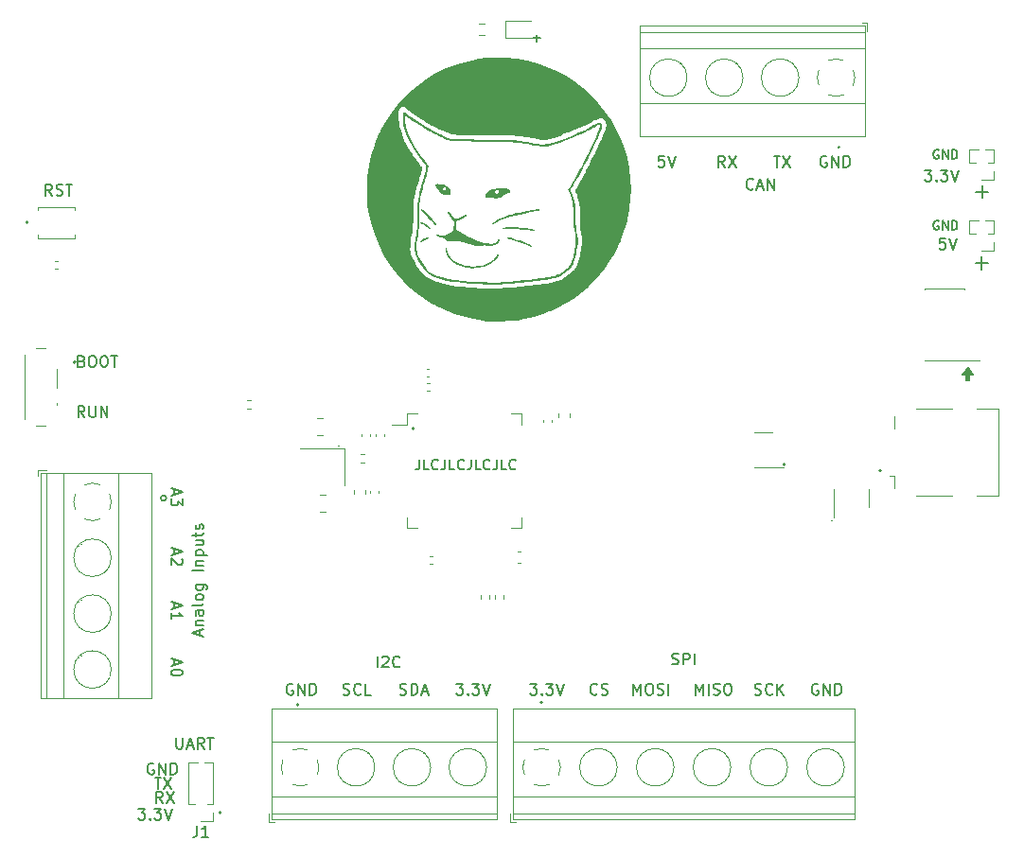
<source format=gbr>
%TF.GenerationSoftware,KiCad,Pcbnew,7.0.7*%
%TF.CreationDate,2023-10-17T18:40:51-05:00*%
%TF.ProjectId,stm32f405rgt6,73746d33-3266-4343-9035-726774362e6b,rev?*%
%TF.SameCoordinates,Original*%
%TF.FileFunction,Legend,Top*%
%TF.FilePolarity,Positive*%
%FSLAX46Y46*%
G04 Gerber Fmt 4.6, Leading zero omitted, Abs format (unit mm)*
G04 Created by KiCad (PCBNEW 7.0.7) date 2023-10-17 18:40:51*
%MOMM*%
%LPD*%
G01*
G04 APERTURE LIST*
%ADD10C,0.150000*%
%ADD11C,0.120000*%
G04 APERTURE END LIST*
D10*
X159490112Y-100702057D02*
X159490112Y-101344914D01*
X159490112Y-101344914D02*
X159447255Y-101473485D01*
X159447255Y-101473485D02*
X159361541Y-101559200D01*
X159361541Y-101559200D02*
X159232969Y-101602057D01*
X159232969Y-101602057D02*
X159147255Y-101602057D01*
X160347255Y-101602057D02*
X159918683Y-101602057D01*
X159918683Y-101602057D02*
X159918683Y-100702057D01*
X161161540Y-101516342D02*
X161118683Y-101559200D01*
X161118683Y-101559200D02*
X160990111Y-101602057D01*
X160990111Y-101602057D02*
X160904397Y-101602057D01*
X160904397Y-101602057D02*
X160775826Y-101559200D01*
X160775826Y-101559200D02*
X160690111Y-101473485D01*
X160690111Y-101473485D02*
X160647254Y-101387771D01*
X160647254Y-101387771D02*
X160604397Y-101216342D01*
X160604397Y-101216342D02*
X160604397Y-101087771D01*
X160604397Y-101087771D02*
X160647254Y-100916342D01*
X160647254Y-100916342D02*
X160690111Y-100830628D01*
X160690111Y-100830628D02*
X160775826Y-100744914D01*
X160775826Y-100744914D02*
X160904397Y-100702057D01*
X160904397Y-100702057D02*
X160990111Y-100702057D01*
X160990111Y-100702057D02*
X161118683Y-100744914D01*
X161118683Y-100744914D02*
X161161540Y-100787771D01*
X161804397Y-100702057D02*
X161804397Y-101344914D01*
X161804397Y-101344914D02*
X161761540Y-101473485D01*
X161761540Y-101473485D02*
X161675826Y-101559200D01*
X161675826Y-101559200D02*
X161547254Y-101602057D01*
X161547254Y-101602057D02*
X161461540Y-101602057D01*
X162661540Y-101602057D02*
X162232968Y-101602057D01*
X162232968Y-101602057D02*
X162232968Y-100702057D01*
X163475825Y-101516342D02*
X163432968Y-101559200D01*
X163432968Y-101559200D02*
X163304396Y-101602057D01*
X163304396Y-101602057D02*
X163218682Y-101602057D01*
X163218682Y-101602057D02*
X163090111Y-101559200D01*
X163090111Y-101559200D02*
X163004396Y-101473485D01*
X163004396Y-101473485D02*
X162961539Y-101387771D01*
X162961539Y-101387771D02*
X162918682Y-101216342D01*
X162918682Y-101216342D02*
X162918682Y-101087771D01*
X162918682Y-101087771D02*
X162961539Y-100916342D01*
X162961539Y-100916342D02*
X163004396Y-100830628D01*
X163004396Y-100830628D02*
X163090111Y-100744914D01*
X163090111Y-100744914D02*
X163218682Y-100702057D01*
X163218682Y-100702057D02*
X163304396Y-100702057D01*
X163304396Y-100702057D02*
X163432968Y-100744914D01*
X163432968Y-100744914D02*
X163475825Y-100787771D01*
X164118682Y-100702057D02*
X164118682Y-101344914D01*
X164118682Y-101344914D02*
X164075825Y-101473485D01*
X164075825Y-101473485D02*
X163990111Y-101559200D01*
X163990111Y-101559200D02*
X163861539Y-101602057D01*
X163861539Y-101602057D02*
X163775825Y-101602057D01*
X164975825Y-101602057D02*
X164547253Y-101602057D01*
X164547253Y-101602057D02*
X164547253Y-100702057D01*
X165790110Y-101516342D02*
X165747253Y-101559200D01*
X165747253Y-101559200D02*
X165618681Y-101602057D01*
X165618681Y-101602057D02*
X165532967Y-101602057D01*
X165532967Y-101602057D02*
X165404396Y-101559200D01*
X165404396Y-101559200D02*
X165318681Y-101473485D01*
X165318681Y-101473485D02*
X165275824Y-101387771D01*
X165275824Y-101387771D02*
X165232967Y-101216342D01*
X165232967Y-101216342D02*
X165232967Y-101087771D01*
X165232967Y-101087771D02*
X165275824Y-100916342D01*
X165275824Y-100916342D02*
X165318681Y-100830628D01*
X165318681Y-100830628D02*
X165404396Y-100744914D01*
X165404396Y-100744914D02*
X165532967Y-100702057D01*
X165532967Y-100702057D02*
X165618681Y-100702057D01*
X165618681Y-100702057D02*
X165747253Y-100744914D01*
X165747253Y-100744914D02*
X165790110Y-100787771D01*
X166432967Y-100702057D02*
X166432967Y-101344914D01*
X166432967Y-101344914D02*
X166390110Y-101473485D01*
X166390110Y-101473485D02*
X166304396Y-101559200D01*
X166304396Y-101559200D02*
X166175824Y-101602057D01*
X166175824Y-101602057D02*
X166090110Y-101602057D01*
X167290110Y-101602057D02*
X166861538Y-101602057D01*
X166861538Y-101602057D02*
X166861538Y-100702057D01*
X168104395Y-101516342D02*
X168061538Y-101559200D01*
X168061538Y-101559200D02*
X167932966Y-101602057D01*
X167932966Y-101602057D02*
X167847252Y-101602057D01*
X167847252Y-101602057D02*
X167718681Y-101559200D01*
X167718681Y-101559200D02*
X167632966Y-101473485D01*
X167632966Y-101473485D02*
X167590109Y-101387771D01*
X167590109Y-101387771D02*
X167547252Y-101216342D01*
X167547252Y-101216342D02*
X167547252Y-101087771D01*
X167547252Y-101087771D02*
X167590109Y-100916342D01*
X167590109Y-100916342D02*
X167632966Y-100830628D01*
X167632966Y-100830628D02*
X167718681Y-100744914D01*
X167718681Y-100744914D02*
X167847252Y-100702057D01*
X167847252Y-100702057D02*
X167932966Y-100702057D01*
X167932966Y-100702057D02*
X168061538Y-100744914D01*
X168061538Y-100744914D02*
X168104395Y-100787771D01*
X129538207Y-96929819D02*
X129204874Y-96453628D01*
X128966779Y-96929819D02*
X128966779Y-95929819D01*
X128966779Y-95929819D02*
X129347731Y-95929819D01*
X129347731Y-95929819D02*
X129442969Y-95977438D01*
X129442969Y-95977438D02*
X129490588Y-96025057D01*
X129490588Y-96025057D02*
X129538207Y-96120295D01*
X129538207Y-96120295D02*
X129538207Y-96263152D01*
X129538207Y-96263152D02*
X129490588Y-96358390D01*
X129490588Y-96358390D02*
X129442969Y-96406009D01*
X129442969Y-96406009D02*
X129347731Y-96453628D01*
X129347731Y-96453628D02*
X128966779Y-96453628D01*
X129966779Y-95929819D02*
X129966779Y-96739342D01*
X129966779Y-96739342D02*
X130014398Y-96834580D01*
X130014398Y-96834580D02*
X130062017Y-96882200D01*
X130062017Y-96882200D02*
X130157255Y-96929819D01*
X130157255Y-96929819D02*
X130347731Y-96929819D01*
X130347731Y-96929819D02*
X130442969Y-96882200D01*
X130442969Y-96882200D02*
X130490588Y-96834580D01*
X130490588Y-96834580D02*
X130538207Y-96739342D01*
X130538207Y-96739342D02*
X130538207Y-95929819D01*
X131014398Y-96929819D02*
X131014398Y-95929819D01*
X131014398Y-95929819D02*
X131585826Y-96929819D01*
X131585826Y-96929819D02*
X131585826Y-95929819D01*
X209255826Y-76747200D02*
X210398684Y-76747200D01*
X209827255Y-77318628D02*
X209827255Y-76175771D01*
X209245826Y-83137200D02*
X210388684Y-83137200D01*
X209817255Y-83708628D02*
X209817255Y-82565771D01*
X209000000Y-93090000D02*
X208660000Y-93090000D01*
X208660000Y-93600000D01*
X208460000Y-93600000D01*
X208460000Y-93100000D01*
X208100000Y-93100000D01*
X208560000Y-92560000D01*
X209000000Y-93090000D01*
G36*
X209000000Y-93090000D02*
G01*
X208660000Y-93090000D01*
X208660000Y-93600000D01*
X208460000Y-93600000D01*
X208460000Y-93100000D01*
X208100000Y-93100000D01*
X208560000Y-92560000D01*
X209000000Y-93090000D01*
G37*
X169679160Y-63019533D02*
X170288684Y-63019533D01*
X169983922Y-63324295D02*
X169983922Y-62714771D01*
X152302361Y-99510000D02*
G75*
G03*
X152302361Y-99510000I-22361J0D01*
G01*
X197092111Y-72770000D02*
G75*
G03*
X197092111Y-72770000I-72111J0D01*
G01*
X192206158Y-101170000D02*
G75*
G03*
X192206158Y-101170000I-76158J0D01*
G01*
X196386056Y-106190000D02*
G75*
G03*
X196386056Y-106190000I-36056J0D01*
G01*
X200790623Y-101690000D02*
G75*
G03*
X200790623Y-101690000I-80623J0D01*
G01*
X141737082Y-132310000D02*
G75*
G03*
X141737082Y-132310000I-67082J0D01*
G01*
X148690623Y-122640000D02*
G75*
G03*
X148690623Y-122640000I-80623J0D01*
G01*
X170504853Y-122470000D02*
G75*
G03*
X170504853Y-122470000I-84853J0D01*
G01*
X136847697Y-104180000D02*
G75*
G03*
X136847697Y-104180000I-237697J0D01*
G01*
X128780830Y-91990000D02*
G75*
G03*
X128780830Y-91990000I-120830J0D01*
G01*
X124462801Y-79510000D02*
G75*
G03*
X124462801Y-79510000I-72801J0D01*
G01*
X159032111Y-97950000D02*
G75*
G03*
X159032111Y-97950000I-72111J0D01*
G01*
X135734588Y-127949438D02*
X135639350Y-127901819D01*
X135639350Y-127901819D02*
X135496493Y-127901819D01*
X135496493Y-127901819D02*
X135353636Y-127949438D01*
X135353636Y-127949438D02*
X135258398Y-128044676D01*
X135258398Y-128044676D02*
X135210779Y-128139914D01*
X135210779Y-128139914D02*
X135163160Y-128330390D01*
X135163160Y-128330390D02*
X135163160Y-128473247D01*
X135163160Y-128473247D02*
X135210779Y-128663723D01*
X135210779Y-128663723D02*
X135258398Y-128758961D01*
X135258398Y-128758961D02*
X135353636Y-128854200D01*
X135353636Y-128854200D02*
X135496493Y-128901819D01*
X135496493Y-128901819D02*
X135591731Y-128901819D01*
X135591731Y-128901819D02*
X135734588Y-128854200D01*
X135734588Y-128854200D02*
X135782207Y-128806580D01*
X135782207Y-128806580D02*
X135782207Y-128473247D01*
X135782207Y-128473247D02*
X135591731Y-128473247D01*
X136210779Y-128901819D02*
X136210779Y-127901819D01*
X136210779Y-127901819D02*
X136782207Y-128901819D01*
X136782207Y-128901819D02*
X136782207Y-127901819D01*
X137258398Y-128901819D02*
X137258398Y-127901819D01*
X137258398Y-127901819D02*
X137496493Y-127901819D01*
X137496493Y-127901819D02*
X137639350Y-127949438D01*
X137639350Y-127949438D02*
X137734588Y-128044676D01*
X137734588Y-128044676D02*
X137782207Y-128139914D01*
X137782207Y-128139914D02*
X137829826Y-128330390D01*
X137829826Y-128330390D02*
X137829826Y-128473247D01*
X137829826Y-128473247D02*
X137782207Y-128663723D01*
X137782207Y-128663723D02*
X137734588Y-128758961D01*
X137734588Y-128758961D02*
X137639350Y-128854200D01*
X137639350Y-128854200D02*
X137496493Y-128901819D01*
X137496493Y-128901819D02*
X137258398Y-128901819D01*
X134353541Y-131965819D02*
X134972588Y-131965819D01*
X134972588Y-131965819D02*
X134639255Y-132346771D01*
X134639255Y-132346771D02*
X134782112Y-132346771D01*
X134782112Y-132346771D02*
X134877350Y-132394390D01*
X134877350Y-132394390D02*
X134924969Y-132442009D01*
X134924969Y-132442009D02*
X134972588Y-132537247D01*
X134972588Y-132537247D02*
X134972588Y-132775342D01*
X134972588Y-132775342D02*
X134924969Y-132870580D01*
X134924969Y-132870580D02*
X134877350Y-132918200D01*
X134877350Y-132918200D02*
X134782112Y-132965819D01*
X134782112Y-132965819D02*
X134496398Y-132965819D01*
X134496398Y-132965819D02*
X134401160Y-132918200D01*
X134401160Y-132918200D02*
X134353541Y-132870580D01*
X135401160Y-132870580D02*
X135448779Y-132918200D01*
X135448779Y-132918200D02*
X135401160Y-132965819D01*
X135401160Y-132965819D02*
X135353541Y-132918200D01*
X135353541Y-132918200D02*
X135401160Y-132870580D01*
X135401160Y-132870580D02*
X135401160Y-132965819D01*
X135782112Y-131965819D02*
X136401159Y-131965819D01*
X136401159Y-131965819D02*
X136067826Y-132346771D01*
X136067826Y-132346771D02*
X136210683Y-132346771D01*
X136210683Y-132346771D02*
X136305921Y-132394390D01*
X136305921Y-132394390D02*
X136353540Y-132442009D01*
X136353540Y-132442009D02*
X136401159Y-132537247D01*
X136401159Y-132537247D02*
X136401159Y-132775342D01*
X136401159Y-132775342D02*
X136353540Y-132870580D01*
X136353540Y-132870580D02*
X136305921Y-132918200D01*
X136305921Y-132918200D02*
X136210683Y-132965819D01*
X136210683Y-132965819D02*
X135924969Y-132965819D01*
X135924969Y-132965819D02*
X135829731Y-132918200D01*
X135829731Y-132918200D02*
X135782112Y-132870580D01*
X136686874Y-131965819D02*
X137020207Y-132965819D01*
X137020207Y-132965819D02*
X137353540Y-131965819D01*
X136544207Y-131441819D02*
X136210874Y-130965628D01*
X135972779Y-131441819D02*
X135972779Y-130441819D01*
X135972779Y-130441819D02*
X136353731Y-130441819D01*
X136353731Y-130441819D02*
X136448969Y-130489438D01*
X136448969Y-130489438D02*
X136496588Y-130537057D01*
X136496588Y-130537057D02*
X136544207Y-130632295D01*
X136544207Y-130632295D02*
X136544207Y-130775152D01*
X136544207Y-130775152D02*
X136496588Y-130870390D01*
X136496588Y-130870390D02*
X136448969Y-130918009D01*
X136448969Y-130918009D02*
X136353731Y-130965628D01*
X136353731Y-130965628D02*
X135972779Y-130965628D01*
X136877541Y-130441819D02*
X137544207Y-131441819D01*
X137544207Y-130441819D02*
X136877541Y-131441819D01*
X135829922Y-129171819D02*
X136401350Y-129171819D01*
X136115636Y-130171819D02*
X136115636Y-129171819D01*
X136639446Y-129171819D02*
X137306112Y-130171819D01*
X137306112Y-129171819D02*
X136639446Y-130171819D01*
X137750779Y-125615819D02*
X137750779Y-126425342D01*
X137750779Y-126425342D02*
X137798398Y-126520580D01*
X137798398Y-126520580D02*
X137846017Y-126568200D01*
X137846017Y-126568200D02*
X137941255Y-126615819D01*
X137941255Y-126615819D02*
X138131731Y-126615819D01*
X138131731Y-126615819D02*
X138226969Y-126568200D01*
X138226969Y-126568200D02*
X138274588Y-126520580D01*
X138274588Y-126520580D02*
X138322207Y-126425342D01*
X138322207Y-126425342D02*
X138322207Y-125615819D01*
X138750779Y-126330104D02*
X139226969Y-126330104D01*
X138655541Y-126615819D02*
X138988874Y-125615819D01*
X138988874Y-125615819D02*
X139322207Y-126615819D01*
X140226969Y-126615819D02*
X139893636Y-126139628D01*
X139655541Y-126615819D02*
X139655541Y-125615819D01*
X139655541Y-125615819D02*
X140036493Y-125615819D01*
X140036493Y-125615819D02*
X140131731Y-125663438D01*
X140131731Y-125663438D02*
X140179350Y-125711057D01*
X140179350Y-125711057D02*
X140226969Y-125806295D01*
X140226969Y-125806295D02*
X140226969Y-125949152D01*
X140226969Y-125949152D02*
X140179350Y-126044390D01*
X140179350Y-126044390D02*
X140131731Y-126092009D01*
X140131731Y-126092009D02*
X140036493Y-126139628D01*
X140036493Y-126139628D02*
X139655541Y-126139628D01*
X140512684Y-125615819D02*
X141084112Y-125615819D01*
X140798398Y-126615819D02*
X140798398Y-125615819D01*
X129290112Y-91926009D02*
X129432969Y-91973628D01*
X129432969Y-91973628D02*
X129480588Y-92021247D01*
X129480588Y-92021247D02*
X129528207Y-92116485D01*
X129528207Y-92116485D02*
X129528207Y-92259342D01*
X129528207Y-92259342D02*
X129480588Y-92354580D01*
X129480588Y-92354580D02*
X129432969Y-92402200D01*
X129432969Y-92402200D02*
X129337731Y-92449819D01*
X129337731Y-92449819D02*
X128956779Y-92449819D01*
X128956779Y-92449819D02*
X128956779Y-91449819D01*
X128956779Y-91449819D02*
X129290112Y-91449819D01*
X129290112Y-91449819D02*
X129385350Y-91497438D01*
X129385350Y-91497438D02*
X129432969Y-91545057D01*
X129432969Y-91545057D02*
X129480588Y-91640295D01*
X129480588Y-91640295D02*
X129480588Y-91735533D01*
X129480588Y-91735533D02*
X129432969Y-91830771D01*
X129432969Y-91830771D02*
X129385350Y-91878390D01*
X129385350Y-91878390D02*
X129290112Y-91926009D01*
X129290112Y-91926009D02*
X128956779Y-91926009D01*
X130147255Y-91449819D02*
X130337731Y-91449819D01*
X130337731Y-91449819D02*
X130432969Y-91497438D01*
X130432969Y-91497438D02*
X130528207Y-91592676D01*
X130528207Y-91592676D02*
X130575826Y-91783152D01*
X130575826Y-91783152D02*
X130575826Y-92116485D01*
X130575826Y-92116485D02*
X130528207Y-92306961D01*
X130528207Y-92306961D02*
X130432969Y-92402200D01*
X130432969Y-92402200D02*
X130337731Y-92449819D01*
X130337731Y-92449819D02*
X130147255Y-92449819D01*
X130147255Y-92449819D02*
X130052017Y-92402200D01*
X130052017Y-92402200D02*
X129956779Y-92306961D01*
X129956779Y-92306961D02*
X129909160Y-92116485D01*
X129909160Y-92116485D02*
X129909160Y-91783152D01*
X129909160Y-91783152D02*
X129956779Y-91592676D01*
X129956779Y-91592676D02*
X130052017Y-91497438D01*
X130052017Y-91497438D02*
X130147255Y-91449819D01*
X131194874Y-91449819D02*
X131385350Y-91449819D01*
X131385350Y-91449819D02*
X131480588Y-91497438D01*
X131480588Y-91497438D02*
X131575826Y-91592676D01*
X131575826Y-91592676D02*
X131623445Y-91783152D01*
X131623445Y-91783152D02*
X131623445Y-92116485D01*
X131623445Y-92116485D02*
X131575826Y-92306961D01*
X131575826Y-92306961D02*
X131480588Y-92402200D01*
X131480588Y-92402200D02*
X131385350Y-92449819D01*
X131385350Y-92449819D02*
X131194874Y-92449819D01*
X131194874Y-92449819D02*
X131099636Y-92402200D01*
X131099636Y-92402200D02*
X131004398Y-92306961D01*
X131004398Y-92306961D02*
X130956779Y-92116485D01*
X130956779Y-92116485D02*
X130956779Y-91783152D01*
X130956779Y-91783152D02*
X131004398Y-91592676D01*
X131004398Y-91592676D02*
X131099636Y-91497438D01*
X131099636Y-91497438D02*
X131194874Y-91449819D01*
X131909160Y-91449819D02*
X132480588Y-91449819D01*
X132194874Y-92449819D02*
X132194874Y-91449819D01*
X126638207Y-77085819D02*
X126304874Y-76609628D01*
X126066779Y-77085819D02*
X126066779Y-76085819D01*
X126066779Y-76085819D02*
X126447731Y-76085819D01*
X126447731Y-76085819D02*
X126542969Y-76133438D01*
X126542969Y-76133438D02*
X126590588Y-76181057D01*
X126590588Y-76181057D02*
X126638207Y-76276295D01*
X126638207Y-76276295D02*
X126638207Y-76419152D01*
X126638207Y-76419152D02*
X126590588Y-76514390D01*
X126590588Y-76514390D02*
X126542969Y-76562009D01*
X126542969Y-76562009D02*
X126447731Y-76609628D01*
X126447731Y-76609628D02*
X126066779Y-76609628D01*
X127019160Y-77038200D02*
X127162017Y-77085819D01*
X127162017Y-77085819D02*
X127400112Y-77085819D01*
X127400112Y-77085819D02*
X127495350Y-77038200D01*
X127495350Y-77038200D02*
X127542969Y-76990580D01*
X127542969Y-76990580D02*
X127590588Y-76895342D01*
X127590588Y-76895342D02*
X127590588Y-76800104D01*
X127590588Y-76800104D02*
X127542969Y-76704866D01*
X127542969Y-76704866D02*
X127495350Y-76657247D01*
X127495350Y-76657247D02*
X127400112Y-76609628D01*
X127400112Y-76609628D02*
X127209636Y-76562009D01*
X127209636Y-76562009D02*
X127114398Y-76514390D01*
X127114398Y-76514390D02*
X127066779Y-76466771D01*
X127066779Y-76466771D02*
X127019160Y-76371533D01*
X127019160Y-76371533D02*
X127019160Y-76276295D01*
X127019160Y-76276295D02*
X127066779Y-76181057D01*
X127066779Y-76181057D02*
X127114398Y-76133438D01*
X127114398Y-76133438D02*
X127209636Y-76085819D01*
X127209636Y-76085819D02*
X127447731Y-76085819D01*
X127447731Y-76085819D02*
X127590588Y-76133438D01*
X127876303Y-76085819D02*
X128447731Y-76085819D01*
X128162017Y-77085819D02*
X128162017Y-76085819D01*
X137575895Y-103413160D02*
X137575895Y-103889350D01*
X137290180Y-103317922D02*
X138290180Y-103651255D01*
X138290180Y-103651255D02*
X137290180Y-103984588D01*
X138290180Y-104222684D02*
X138290180Y-104841731D01*
X138290180Y-104841731D02*
X137909228Y-104508398D01*
X137909228Y-104508398D02*
X137909228Y-104651255D01*
X137909228Y-104651255D02*
X137861609Y-104746493D01*
X137861609Y-104746493D02*
X137813990Y-104794112D01*
X137813990Y-104794112D02*
X137718752Y-104841731D01*
X137718752Y-104841731D02*
X137480657Y-104841731D01*
X137480657Y-104841731D02*
X137385419Y-104794112D01*
X137385419Y-104794112D02*
X137337800Y-104746493D01*
X137337800Y-104746493D02*
X137290180Y-104651255D01*
X137290180Y-104651255D02*
X137290180Y-104365541D01*
X137290180Y-104365541D02*
X137337800Y-104270303D01*
X137337800Y-104270303D02*
X137385419Y-104222684D01*
X137575895Y-108747160D02*
X137575895Y-109223350D01*
X137290180Y-108651922D02*
X138290180Y-108985255D01*
X138290180Y-108985255D02*
X137290180Y-109318588D01*
X138194942Y-109604303D02*
X138242561Y-109651922D01*
X138242561Y-109651922D02*
X138290180Y-109747160D01*
X138290180Y-109747160D02*
X138290180Y-109985255D01*
X138290180Y-109985255D02*
X138242561Y-110080493D01*
X138242561Y-110080493D02*
X138194942Y-110128112D01*
X138194942Y-110128112D02*
X138099704Y-110175731D01*
X138099704Y-110175731D02*
X138004466Y-110175731D01*
X138004466Y-110175731D02*
X137861609Y-110128112D01*
X137861609Y-110128112D02*
X137290180Y-109556684D01*
X137290180Y-109556684D02*
X137290180Y-110175731D01*
X137575895Y-113573160D02*
X137575895Y-114049350D01*
X137290180Y-113477922D02*
X138290180Y-113811255D01*
X138290180Y-113811255D02*
X137290180Y-114144588D01*
X137290180Y-115001731D02*
X137290180Y-114430303D01*
X137290180Y-114716017D02*
X138290180Y-114716017D01*
X138290180Y-114716017D02*
X138147323Y-114620779D01*
X138147323Y-114620779D02*
X138052085Y-114525541D01*
X138052085Y-114525541D02*
X138004466Y-114430303D01*
X137575895Y-118653160D02*
X137575895Y-119129350D01*
X137290180Y-118557922D02*
X138290180Y-118891255D01*
X138290180Y-118891255D02*
X137290180Y-119224588D01*
X138290180Y-119748398D02*
X138290180Y-119843636D01*
X138290180Y-119843636D02*
X138242561Y-119938874D01*
X138242561Y-119938874D02*
X138194942Y-119986493D01*
X138194942Y-119986493D02*
X138099704Y-120034112D01*
X138099704Y-120034112D02*
X137909228Y-120081731D01*
X137909228Y-120081731D02*
X137671133Y-120081731D01*
X137671133Y-120081731D02*
X137480657Y-120034112D01*
X137480657Y-120034112D02*
X137385419Y-119986493D01*
X137385419Y-119986493D02*
X137337800Y-119938874D01*
X137337800Y-119938874D02*
X137290180Y-119843636D01*
X137290180Y-119843636D02*
X137290180Y-119748398D01*
X137290180Y-119748398D02*
X137337800Y-119653160D01*
X137337800Y-119653160D02*
X137385419Y-119605541D01*
X137385419Y-119605541D02*
X137480657Y-119557922D01*
X137480657Y-119557922D02*
X137671133Y-119510303D01*
X137671133Y-119510303D02*
X137909228Y-119510303D01*
X137909228Y-119510303D02*
X138099704Y-119557922D01*
X138099704Y-119557922D02*
X138194942Y-119605541D01*
X138194942Y-119605541D02*
X138242561Y-119653160D01*
X138242561Y-119653160D02*
X138290180Y-119748398D01*
X162801541Y-120789819D02*
X163420588Y-120789819D01*
X163420588Y-120789819D02*
X163087255Y-121170771D01*
X163087255Y-121170771D02*
X163230112Y-121170771D01*
X163230112Y-121170771D02*
X163325350Y-121218390D01*
X163325350Y-121218390D02*
X163372969Y-121266009D01*
X163372969Y-121266009D02*
X163420588Y-121361247D01*
X163420588Y-121361247D02*
X163420588Y-121599342D01*
X163420588Y-121599342D02*
X163372969Y-121694580D01*
X163372969Y-121694580D02*
X163325350Y-121742200D01*
X163325350Y-121742200D02*
X163230112Y-121789819D01*
X163230112Y-121789819D02*
X162944398Y-121789819D01*
X162944398Y-121789819D02*
X162849160Y-121742200D01*
X162849160Y-121742200D02*
X162801541Y-121694580D01*
X163849160Y-121694580D02*
X163896779Y-121742200D01*
X163896779Y-121742200D02*
X163849160Y-121789819D01*
X163849160Y-121789819D02*
X163801541Y-121742200D01*
X163801541Y-121742200D02*
X163849160Y-121694580D01*
X163849160Y-121694580D02*
X163849160Y-121789819D01*
X164230112Y-120789819D02*
X164849159Y-120789819D01*
X164849159Y-120789819D02*
X164515826Y-121170771D01*
X164515826Y-121170771D02*
X164658683Y-121170771D01*
X164658683Y-121170771D02*
X164753921Y-121218390D01*
X164753921Y-121218390D02*
X164801540Y-121266009D01*
X164801540Y-121266009D02*
X164849159Y-121361247D01*
X164849159Y-121361247D02*
X164849159Y-121599342D01*
X164849159Y-121599342D02*
X164801540Y-121694580D01*
X164801540Y-121694580D02*
X164753921Y-121742200D01*
X164753921Y-121742200D02*
X164658683Y-121789819D01*
X164658683Y-121789819D02*
X164372969Y-121789819D01*
X164372969Y-121789819D02*
X164277731Y-121742200D01*
X164277731Y-121742200D02*
X164230112Y-121694580D01*
X165134874Y-120789819D02*
X165468207Y-121789819D01*
X165468207Y-121789819D02*
X165801540Y-120789819D01*
X157769160Y-121742200D02*
X157912017Y-121789819D01*
X157912017Y-121789819D02*
X158150112Y-121789819D01*
X158150112Y-121789819D02*
X158245350Y-121742200D01*
X158245350Y-121742200D02*
X158292969Y-121694580D01*
X158292969Y-121694580D02*
X158340588Y-121599342D01*
X158340588Y-121599342D02*
X158340588Y-121504104D01*
X158340588Y-121504104D02*
X158292969Y-121408866D01*
X158292969Y-121408866D02*
X158245350Y-121361247D01*
X158245350Y-121361247D02*
X158150112Y-121313628D01*
X158150112Y-121313628D02*
X157959636Y-121266009D01*
X157959636Y-121266009D02*
X157864398Y-121218390D01*
X157864398Y-121218390D02*
X157816779Y-121170771D01*
X157816779Y-121170771D02*
X157769160Y-121075533D01*
X157769160Y-121075533D02*
X157769160Y-120980295D01*
X157769160Y-120980295D02*
X157816779Y-120885057D01*
X157816779Y-120885057D02*
X157864398Y-120837438D01*
X157864398Y-120837438D02*
X157959636Y-120789819D01*
X157959636Y-120789819D02*
X158197731Y-120789819D01*
X158197731Y-120789819D02*
X158340588Y-120837438D01*
X158769160Y-121789819D02*
X158769160Y-120789819D01*
X158769160Y-120789819D02*
X159007255Y-120789819D01*
X159007255Y-120789819D02*
X159150112Y-120837438D01*
X159150112Y-120837438D02*
X159245350Y-120932676D01*
X159245350Y-120932676D02*
X159292969Y-121027914D01*
X159292969Y-121027914D02*
X159340588Y-121218390D01*
X159340588Y-121218390D02*
X159340588Y-121361247D01*
X159340588Y-121361247D02*
X159292969Y-121551723D01*
X159292969Y-121551723D02*
X159245350Y-121646961D01*
X159245350Y-121646961D02*
X159150112Y-121742200D01*
X159150112Y-121742200D02*
X159007255Y-121789819D01*
X159007255Y-121789819D02*
X158769160Y-121789819D01*
X159721541Y-121504104D02*
X160197731Y-121504104D01*
X159626303Y-121789819D02*
X159959636Y-120789819D01*
X159959636Y-120789819D02*
X160292969Y-121789819D01*
X152689160Y-121742200D02*
X152832017Y-121789819D01*
X152832017Y-121789819D02*
X153070112Y-121789819D01*
X153070112Y-121789819D02*
X153165350Y-121742200D01*
X153165350Y-121742200D02*
X153212969Y-121694580D01*
X153212969Y-121694580D02*
X153260588Y-121599342D01*
X153260588Y-121599342D02*
X153260588Y-121504104D01*
X153260588Y-121504104D02*
X153212969Y-121408866D01*
X153212969Y-121408866D02*
X153165350Y-121361247D01*
X153165350Y-121361247D02*
X153070112Y-121313628D01*
X153070112Y-121313628D02*
X152879636Y-121266009D01*
X152879636Y-121266009D02*
X152784398Y-121218390D01*
X152784398Y-121218390D02*
X152736779Y-121170771D01*
X152736779Y-121170771D02*
X152689160Y-121075533D01*
X152689160Y-121075533D02*
X152689160Y-120980295D01*
X152689160Y-120980295D02*
X152736779Y-120885057D01*
X152736779Y-120885057D02*
X152784398Y-120837438D01*
X152784398Y-120837438D02*
X152879636Y-120789819D01*
X152879636Y-120789819D02*
X153117731Y-120789819D01*
X153117731Y-120789819D02*
X153260588Y-120837438D01*
X154260588Y-121694580D02*
X154212969Y-121742200D01*
X154212969Y-121742200D02*
X154070112Y-121789819D01*
X154070112Y-121789819D02*
X153974874Y-121789819D01*
X153974874Y-121789819D02*
X153832017Y-121742200D01*
X153832017Y-121742200D02*
X153736779Y-121646961D01*
X153736779Y-121646961D02*
X153689160Y-121551723D01*
X153689160Y-121551723D02*
X153641541Y-121361247D01*
X153641541Y-121361247D02*
X153641541Y-121218390D01*
X153641541Y-121218390D02*
X153689160Y-121027914D01*
X153689160Y-121027914D02*
X153736779Y-120932676D01*
X153736779Y-120932676D02*
X153832017Y-120837438D01*
X153832017Y-120837438D02*
X153974874Y-120789819D01*
X153974874Y-120789819D02*
X154070112Y-120789819D01*
X154070112Y-120789819D02*
X154212969Y-120837438D01*
X154212969Y-120837438D02*
X154260588Y-120885057D01*
X155165350Y-121789819D02*
X154689160Y-121789819D01*
X154689160Y-121789819D02*
X154689160Y-120789819D01*
X148180588Y-120837438D02*
X148085350Y-120789819D01*
X148085350Y-120789819D02*
X147942493Y-120789819D01*
X147942493Y-120789819D02*
X147799636Y-120837438D01*
X147799636Y-120837438D02*
X147704398Y-120932676D01*
X147704398Y-120932676D02*
X147656779Y-121027914D01*
X147656779Y-121027914D02*
X147609160Y-121218390D01*
X147609160Y-121218390D02*
X147609160Y-121361247D01*
X147609160Y-121361247D02*
X147656779Y-121551723D01*
X147656779Y-121551723D02*
X147704398Y-121646961D01*
X147704398Y-121646961D02*
X147799636Y-121742200D01*
X147799636Y-121742200D02*
X147942493Y-121789819D01*
X147942493Y-121789819D02*
X148037731Y-121789819D01*
X148037731Y-121789819D02*
X148180588Y-121742200D01*
X148180588Y-121742200D02*
X148228207Y-121694580D01*
X148228207Y-121694580D02*
X148228207Y-121361247D01*
X148228207Y-121361247D02*
X148037731Y-121361247D01*
X148656779Y-121789819D02*
X148656779Y-120789819D01*
X148656779Y-120789819D02*
X149228207Y-121789819D01*
X149228207Y-121789819D02*
X149228207Y-120789819D01*
X149704398Y-121789819D02*
X149704398Y-120789819D01*
X149704398Y-120789819D02*
X149942493Y-120789819D01*
X149942493Y-120789819D02*
X150085350Y-120837438D01*
X150085350Y-120837438D02*
X150180588Y-120932676D01*
X150180588Y-120932676D02*
X150228207Y-121027914D01*
X150228207Y-121027914D02*
X150275826Y-121218390D01*
X150275826Y-121218390D02*
X150275826Y-121361247D01*
X150275826Y-121361247D02*
X150228207Y-121551723D01*
X150228207Y-121551723D02*
X150180588Y-121646961D01*
X150180588Y-121646961D02*
X150085350Y-121742200D01*
X150085350Y-121742200D02*
X149942493Y-121789819D01*
X149942493Y-121789819D02*
X149704398Y-121789819D01*
X189519160Y-121742200D02*
X189662017Y-121789819D01*
X189662017Y-121789819D02*
X189900112Y-121789819D01*
X189900112Y-121789819D02*
X189995350Y-121742200D01*
X189995350Y-121742200D02*
X190042969Y-121694580D01*
X190042969Y-121694580D02*
X190090588Y-121599342D01*
X190090588Y-121599342D02*
X190090588Y-121504104D01*
X190090588Y-121504104D02*
X190042969Y-121408866D01*
X190042969Y-121408866D02*
X189995350Y-121361247D01*
X189995350Y-121361247D02*
X189900112Y-121313628D01*
X189900112Y-121313628D02*
X189709636Y-121266009D01*
X189709636Y-121266009D02*
X189614398Y-121218390D01*
X189614398Y-121218390D02*
X189566779Y-121170771D01*
X189566779Y-121170771D02*
X189519160Y-121075533D01*
X189519160Y-121075533D02*
X189519160Y-120980295D01*
X189519160Y-120980295D02*
X189566779Y-120885057D01*
X189566779Y-120885057D02*
X189614398Y-120837438D01*
X189614398Y-120837438D02*
X189709636Y-120789819D01*
X189709636Y-120789819D02*
X189947731Y-120789819D01*
X189947731Y-120789819D02*
X190090588Y-120837438D01*
X191090588Y-121694580D02*
X191042969Y-121742200D01*
X191042969Y-121742200D02*
X190900112Y-121789819D01*
X190900112Y-121789819D02*
X190804874Y-121789819D01*
X190804874Y-121789819D02*
X190662017Y-121742200D01*
X190662017Y-121742200D02*
X190566779Y-121646961D01*
X190566779Y-121646961D02*
X190519160Y-121551723D01*
X190519160Y-121551723D02*
X190471541Y-121361247D01*
X190471541Y-121361247D02*
X190471541Y-121218390D01*
X190471541Y-121218390D02*
X190519160Y-121027914D01*
X190519160Y-121027914D02*
X190566779Y-120932676D01*
X190566779Y-120932676D02*
X190662017Y-120837438D01*
X190662017Y-120837438D02*
X190804874Y-120789819D01*
X190804874Y-120789819D02*
X190900112Y-120789819D01*
X190900112Y-120789819D02*
X191042969Y-120837438D01*
X191042969Y-120837438D02*
X191090588Y-120885057D01*
X191519160Y-121789819D02*
X191519160Y-120789819D01*
X192090588Y-121789819D02*
X191662017Y-121218390D01*
X192090588Y-120789819D02*
X191519160Y-121361247D01*
X184232779Y-121789819D02*
X184232779Y-120789819D01*
X184232779Y-120789819D02*
X184566112Y-121504104D01*
X184566112Y-121504104D02*
X184899445Y-120789819D01*
X184899445Y-120789819D02*
X184899445Y-121789819D01*
X185375636Y-121789819D02*
X185375636Y-120789819D01*
X185804207Y-121742200D02*
X185947064Y-121789819D01*
X185947064Y-121789819D02*
X186185159Y-121789819D01*
X186185159Y-121789819D02*
X186280397Y-121742200D01*
X186280397Y-121742200D02*
X186328016Y-121694580D01*
X186328016Y-121694580D02*
X186375635Y-121599342D01*
X186375635Y-121599342D02*
X186375635Y-121504104D01*
X186375635Y-121504104D02*
X186328016Y-121408866D01*
X186328016Y-121408866D02*
X186280397Y-121361247D01*
X186280397Y-121361247D02*
X186185159Y-121313628D01*
X186185159Y-121313628D02*
X185994683Y-121266009D01*
X185994683Y-121266009D02*
X185899445Y-121218390D01*
X185899445Y-121218390D02*
X185851826Y-121170771D01*
X185851826Y-121170771D02*
X185804207Y-121075533D01*
X185804207Y-121075533D02*
X185804207Y-120980295D01*
X185804207Y-120980295D02*
X185851826Y-120885057D01*
X185851826Y-120885057D02*
X185899445Y-120837438D01*
X185899445Y-120837438D02*
X185994683Y-120789819D01*
X185994683Y-120789819D02*
X186232778Y-120789819D01*
X186232778Y-120789819D02*
X186375635Y-120837438D01*
X186994683Y-120789819D02*
X187185159Y-120789819D01*
X187185159Y-120789819D02*
X187280397Y-120837438D01*
X187280397Y-120837438D02*
X187375635Y-120932676D01*
X187375635Y-120932676D02*
X187423254Y-121123152D01*
X187423254Y-121123152D02*
X187423254Y-121456485D01*
X187423254Y-121456485D02*
X187375635Y-121646961D01*
X187375635Y-121646961D02*
X187280397Y-121742200D01*
X187280397Y-121742200D02*
X187185159Y-121789819D01*
X187185159Y-121789819D02*
X186994683Y-121789819D01*
X186994683Y-121789819D02*
X186899445Y-121742200D01*
X186899445Y-121742200D02*
X186804207Y-121646961D01*
X186804207Y-121646961D02*
X186756588Y-121456485D01*
X186756588Y-121456485D02*
X186756588Y-121123152D01*
X186756588Y-121123152D02*
X186804207Y-120932676D01*
X186804207Y-120932676D02*
X186899445Y-120837438D01*
X186899445Y-120837438D02*
X186994683Y-120789819D01*
X178644779Y-121789819D02*
X178644779Y-120789819D01*
X178644779Y-120789819D02*
X178978112Y-121504104D01*
X178978112Y-121504104D02*
X179311445Y-120789819D01*
X179311445Y-120789819D02*
X179311445Y-121789819D01*
X179978112Y-120789819D02*
X180168588Y-120789819D01*
X180168588Y-120789819D02*
X180263826Y-120837438D01*
X180263826Y-120837438D02*
X180359064Y-120932676D01*
X180359064Y-120932676D02*
X180406683Y-121123152D01*
X180406683Y-121123152D02*
X180406683Y-121456485D01*
X180406683Y-121456485D02*
X180359064Y-121646961D01*
X180359064Y-121646961D02*
X180263826Y-121742200D01*
X180263826Y-121742200D02*
X180168588Y-121789819D01*
X180168588Y-121789819D02*
X179978112Y-121789819D01*
X179978112Y-121789819D02*
X179882874Y-121742200D01*
X179882874Y-121742200D02*
X179787636Y-121646961D01*
X179787636Y-121646961D02*
X179740017Y-121456485D01*
X179740017Y-121456485D02*
X179740017Y-121123152D01*
X179740017Y-121123152D02*
X179787636Y-120932676D01*
X179787636Y-120932676D02*
X179882874Y-120837438D01*
X179882874Y-120837438D02*
X179978112Y-120789819D01*
X180787636Y-121742200D02*
X180930493Y-121789819D01*
X180930493Y-121789819D02*
X181168588Y-121789819D01*
X181168588Y-121789819D02*
X181263826Y-121742200D01*
X181263826Y-121742200D02*
X181311445Y-121694580D01*
X181311445Y-121694580D02*
X181359064Y-121599342D01*
X181359064Y-121599342D02*
X181359064Y-121504104D01*
X181359064Y-121504104D02*
X181311445Y-121408866D01*
X181311445Y-121408866D02*
X181263826Y-121361247D01*
X181263826Y-121361247D02*
X181168588Y-121313628D01*
X181168588Y-121313628D02*
X180978112Y-121266009D01*
X180978112Y-121266009D02*
X180882874Y-121218390D01*
X180882874Y-121218390D02*
X180835255Y-121170771D01*
X180835255Y-121170771D02*
X180787636Y-121075533D01*
X180787636Y-121075533D02*
X180787636Y-120980295D01*
X180787636Y-120980295D02*
X180835255Y-120885057D01*
X180835255Y-120885057D02*
X180882874Y-120837438D01*
X180882874Y-120837438D02*
X180978112Y-120789819D01*
X180978112Y-120789819D02*
X181216207Y-120789819D01*
X181216207Y-120789819D02*
X181359064Y-120837438D01*
X181787636Y-121789819D02*
X181787636Y-120789819D01*
X175406207Y-121694580D02*
X175358588Y-121742200D01*
X175358588Y-121742200D02*
X175215731Y-121789819D01*
X175215731Y-121789819D02*
X175120493Y-121789819D01*
X175120493Y-121789819D02*
X174977636Y-121742200D01*
X174977636Y-121742200D02*
X174882398Y-121646961D01*
X174882398Y-121646961D02*
X174834779Y-121551723D01*
X174834779Y-121551723D02*
X174787160Y-121361247D01*
X174787160Y-121361247D02*
X174787160Y-121218390D01*
X174787160Y-121218390D02*
X174834779Y-121027914D01*
X174834779Y-121027914D02*
X174882398Y-120932676D01*
X174882398Y-120932676D02*
X174977636Y-120837438D01*
X174977636Y-120837438D02*
X175120493Y-120789819D01*
X175120493Y-120789819D02*
X175215731Y-120789819D01*
X175215731Y-120789819D02*
X175358588Y-120837438D01*
X175358588Y-120837438D02*
X175406207Y-120885057D01*
X175787160Y-121742200D02*
X175930017Y-121789819D01*
X175930017Y-121789819D02*
X176168112Y-121789819D01*
X176168112Y-121789819D02*
X176263350Y-121742200D01*
X176263350Y-121742200D02*
X176310969Y-121694580D01*
X176310969Y-121694580D02*
X176358588Y-121599342D01*
X176358588Y-121599342D02*
X176358588Y-121504104D01*
X176358588Y-121504104D02*
X176310969Y-121408866D01*
X176310969Y-121408866D02*
X176263350Y-121361247D01*
X176263350Y-121361247D02*
X176168112Y-121313628D01*
X176168112Y-121313628D02*
X175977636Y-121266009D01*
X175977636Y-121266009D02*
X175882398Y-121218390D01*
X175882398Y-121218390D02*
X175834779Y-121170771D01*
X175834779Y-121170771D02*
X175787160Y-121075533D01*
X175787160Y-121075533D02*
X175787160Y-120980295D01*
X175787160Y-120980295D02*
X175834779Y-120885057D01*
X175834779Y-120885057D02*
X175882398Y-120837438D01*
X175882398Y-120837438D02*
X175977636Y-120789819D01*
X175977636Y-120789819D02*
X176215731Y-120789819D01*
X176215731Y-120789819D02*
X176358588Y-120837438D01*
X169405541Y-120789819D02*
X170024588Y-120789819D01*
X170024588Y-120789819D02*
X169691255Y-121170771D01*
X169691255Y-121170771D02*
X169834112Y-121170771D01*
X169834112Y-121170771D02*
X169929350Y-121218390D01*
X169929350Y-121218390D02*
X169976969Y-121266009D01*
X169976969Y-121266009D02*
X170024588Y-121361247D01*
X170024588Y-121361247D02*
X170024588Y-121599342D01*
X170024588Y-121599342D02*
X169976969Y-121694580D01*
X169976969Y-121694580D02*
X169929350Y-121742200D01*
X169929350Y-121742200D02*
X169834112Y-121789819D01*
X169834112Y-121789819D02*
X169548398Y-121789819D01*
X169548398Y-121789819D02*
X169453160Y-121742200D01*
X169453160Y-121742200D02*
X169405541Y-121694580D01*
X170453160Y-121694580D02*
X170500779Y-121742200D01*
X170500779Y-121742200D02*
X170453160Y-121789819D01*
X170453160Y-121789819D02*
X170405541Y-121742200D01*
X170405541Y-121742200D02*
X170453160Y-121694580D01*
X170453160Y-121694580D02*
X170453160Y-121789819D01*
X170834112Y-120789819D02*
X171453159Y-120789819D01*
X171453159Y-120789819D02*
X171119826Y-121170771D01*
X171119826Y-121170771D02*
X171262683Y-121170771D01*
X171262683Y-121170771D02*
X171357921Y-121218390D01*
X171357921Y-121218390D02*
X171405540Y-121266009D01*
X171405540Y-121266009D02*
X171453159Y-121361247D01*
X171453159Y-121361247D02*
X171453159Y-121599342D01*
X171453159Y-121599342D02*
X171405540Y-121694580D01*
X171405540Y-121694580D02*
X171357921Y-121742200D01*
X171357921Y-121742200D02*
X171262683Y-121789819D01*
X171262683Y-121789819D02*
X170976969Y-121789819D01*
X170976969Y-121789819D02*
X170881731Y-121742200D01*
X170881731Y-121742200D02*
X170834112Y-121694580D01*
X171738874Y-120789819D02*
X172072207Y-121789819D01*
X172072207Y-121789819D02*
X172405540Y-120789819D01*
X195170588Y-120837438D02*
X195075350Y-120789819D01*
X195075350Y-120789819D02*
X194932493Y-120789819D01*
X194932493Y-120789819D02*
X194789636Y-120837438D01*
X194789636Y-120837438D02*
X194694398Y-120932676D01*
X194694398Y-120932676D02*
X194646779Y-121027914D01*
X194646779Y-121027914D02*
X194599160Y-121218390D01*
X194599160Y-121218390D02*
X194599160Y-121361247D01*
X194599160Y-121361247D02*
X194646779Y-121551723D01*
X194646779Y-121551723D02*
X194694398Y-121646961D01*
X194694398Y-121646961D02*
X194789636Y-121742200D01*
X194789636Y-121742200D02*
X194932493Y-121789819D01*
X194932493Y-121789819D02*
X195027731Y-121789819D01*
X195027731Y-121789819D02*
X195170588Y-121742200D01*
X195170588Y-121742200D02*
X195218207Y-121694580D01*
X195218207Y-121694580D02*
X195218207Y-121361247D01*
X195218207Y-121361247D02*
X195027731Y-121361247D01*
X195646779Y-121789819D02*
X195646779Y-120789819D01*
X195646779Y-120789819D02*
X196218207Y-121789819D01*
X196218207Y-121789819D02*
X196218207Y-120789819D01*
X196694398Y-121789819D02*
X196694398Y-120789819D01*
X196694398Y-120789819D02*
X196932493Y-120789819D01*
X196932493Y-120789819D02*
X197075350Y-120837438D01*
X197075350Y-120837438D02*
X197170588Y-120932676D01*
X197170588Y-120932676D02*
X197218207Y-121027914D01*
X197218207Y-121027914D02*
X197265826Y-121218390D01*
X197265826Y-121218390D02*
X197265826Y-121361247D01*
X197265826Y-121361247D02*
X197218207Y-121551723D01*
X197218207Y-121551723D02*
X197170588Y-121646961D01*
X197170588Y-121646961D02*
X197075350Y-121742200D01*
X197075350Y-121742200D02*
X196932493Y-121789819D01*
X196932493Y-121789819D02*
X196694398Y-121789819D01*
X205940207Y-73046390D02*
X205864017Y-73008295D01*
X205864017Y-73008295D02*
X205749731Y-73008295D01*
X205749731Y-73008295D02*
X205635445Y-73046390D01*
X205635445Y-73046390D02*
X205559255Y-73122580D01*
X205559255Y-73122580D02*
X205521160Y-73198771D01*
X205521160Y-73198771D02*
X205483064Y-73351152D01*
X205483064Y-73351152D02*
X205483064Y-73465438D01*
X205483064Y-73465438D02*
X205521160Y-73617819D01*
X205521160Y-73617819D02*
X205559255Y-73694009D01*
X205559255Y-73694009D02*
X205635445Y-73770200D01*
X205635445Y-73770200D02*
X205749731Y-73808295D01*
X205749731Y-73808295D02*
X205825922Y-73808295D01*
X205825922Y-73808295D02*
X205940207Y-73770200D01*
X205940207Y-73770200D02*
X205978303Y-73732104D01*
X205978303Y-73732104D02*
X205978303Y-73465438D01*
X205978303Y-73465438D02*
X205825922Y-73465438D01*
X206321160Y-73808295D02*
X206321160Y-73008295D01*
X206321160Y-73008295D02*
X206778303Y-73808295D01*
X206778303Y-73808295D02*
X206778303Y-73008295D01*
X207159255Y-73808295D02*
X207159255Y-73008295D01*
X207159255Y-73008295D02*
X207349731Y-73008295D01*
X207349731Y-73008295D02*
X207464017Y-73046390D01*
X207464017Y-73046390D02*
X207540207Y-73122580D01*
X207540207Y-73122580D02*
X207578302Y-73198771D01*
X207578302Y-73198771D02*
X207616398Y-73351152D01*
X207616398Y-73351152D02*
X207616398Y-73465438D01*
X207616398Y-73465438D02*
X207578302Y-73617819D01*
X207578302Y-73617819D02*
X207540207Y-73694009D01*
X207540207Y-73694009D02*
X207464017Y-73770200D01*
X207464017Y-73770200D02*
X207349731Y-73808295D01*
X207349731Y-73808295D02*
X207159255Y-73808295D01*
X205940207Y-79396390D02*
X205864017Y-79358295D01*
X205864017Y-79358295D02*
X205749731Y-79358295D01*
X205749731Y-79358295D02*
X205635445Y-79396390D01*
X205635445Y-79396390D02*
X205559255Y-79472580D01*
X205559255Y-79472580D02*
X205521160Y-79548771D01*
X205521160Y-79548771D02*
X205483064Y-79701152D01*
X205483064Y-79701152D02*
X205483064Y-79815438D01*
X205483064Y-79815438D02*
X205521160Y-79967819D01*
X205521160Y-79967819D02*
X205559255Y-80044009D01*
X205559255Y-80044009D02*
X205635445Y-80120200D01*
X205635445Y-80120200D02*
X205749731Y-80158295D01*
X205749731Y-80158295D02*
X205825922Y-80158295D01*
X205825922Y-80158295D02*
X205940207Y-80120200D01*
X205940207Y-80120200D02*
X205978303Y-80082104D01*
X205978303Y-80082104D02*
X205978303Y-79815438D01*
X205978303Y-79815438D02*
X205825922Y-79815438D01*
X206321160Y-80158295D02*
X206321160Y-79358295D01*
X206321160Y-79358295D02*
X206778303Y-80158295D01*
X206778303Y-80158295D02*
X206778303Y-79358295D01*
X207159255Y-80158295D02*
X207159255Y-79358295D01*
X207159255Y-79358295D02*
X207349731Y-79358295D01*
X207349731Y-79358295D02*
X207464017Y-79396390D01*
X207464017Y-79396390D02*
X207540207Y-79472580D01*
X207540207Y-79472580D02*
X207578302Y-79548771D01*
X207578302Y-79548771D02*
X207616398Y-79701152D01*
X207616398Y-79701152D02*
X207616398Y-79815438D01*
X207616398Y-79815438D02*
X207578302Y-79967819D01*
X207578302Y-79967819D02*
X207540207Y-80044009D01*
X207540207Y-80044009D02*
X207464017Y-80120200D01*
X207464017Y-80120200D02*
X207349731Y-80158295D01*
X207349731Y-80158295D02*
X207159255Y-80158295D01*
X195932588Y-73593438D02*
X195837350Y-73545819D01*
X195837350Y-73545819D02*
X195694493Y-73545819D01*
X195694493Y-73545819D02*
X195551636Y-73593438D01*
X195551636Y-73593438D02*
X195456398Y-73688676D01*
X195456398Y-73688676D02*
X195408779Y-73783914D01*
X195408779Y-73783914D02*
X195361160Y-73974390D01*
X195361160Y-73974390D02*
X195361160Y-74117247D01*
X195361160Y-74117247D02*
X195408779Y-74307723D01*
X195408779Y-74307723D02*
X195456398Y-74402961D01*
X195456398Y-74402961D02*
X195551636Y-74498200D01*
X195551636Y-74498200D02*
X195694493Y-74545819D01*
X195694493Y-74545819D02*
X195789731Y-74545819D01*
X195789731Y-74545819D02*
X195932588Y-74498200D01*
X195932588Y-74498200D02*
X195980207Y-74450580D01*
X195980207Y-74450580D02*
X195980207Y-74117247D01*
X195980207Y-74117247D02*
X195789731Y-74117247D01*
X196408779Y-74545819D02*
X196408779Y-73545819D01*
X196408779Y-73545819D02*
X196980207Y-74545819D01*
X196980207Y-74545819D02*
X196980207Y-73545819D01*
X197456398Y-74545819D02*
X197456398Y-73545819D01*
X197456398Y-73545819D02*
X197694493Y-73545819D01*
X197694493Y-73545819D02*
X197837350Y-73593438D01*
X197837350Y-73593438D02*
X197932588Y-73688676D01*
X197932588Y-73688676D02*
X197980207Y-73783914D01*
X197980207Y-73783914D02*
X198027826Y-73974390D01*
X198027826Y-73974390D02*
X198027826Y-74117247D01*
X198027826Y-74117247D02*
X197980207Y-74307723D01*
X197980207Y-74307723D02*
X197932588Y-74402961D01*
X197932588Y-74402961D02*
X197837350Y-74498200D01*
X197837350Y-74498200D02*
X197694493Y-74545819D01*
X197694493Y-74545819D02*
X197456398Y-74545819D01*
X181406969Y-73545819D02*
X180930779Y-73545819D01*
X180930779Y-73545819D02*
X180883160Y-74022009D01*
X180883160Y-74022009D02*
X180930779Y-73974390D01*
X180930779Y-73974390D02*
X181026017Y-73926771D01*
X181026017Y-73926771D02*
X181264112Y-73926771D01*
X181264112Y-73926771D02*
X181359350Y-73974390D01*
X181359350Y-73974390D02*
X181406969Y-74022009D01*
X181406969Y-74022009D02*
X181454588Y-74117247D01*
X181454588Y-74117247D02*
X181454588Y-74355342D01*
X181454588Y-74355342D02*
X181406969Y-74450580D01*
X181406969Y-74450580D02*
X181359350Y-74498200D01*
X181359350Y-74498200D02*
X181264112Y-74545819D01*
X181264112Y-74545819D02*
X181026017Y-74545819D01*
X181026017Y-74545819D02*
X180930779Y-74498200D01*
X180930779Y-74498200D02*
X180883160Y-74450580D01*
X181740303Y-73545819D02*
X182073636Y-74545819D01*
X182073636Y-74545819D02*
X182406969Y-73545819D01*
X191201922Y-73545819D02*
X191773350Y-73545819D01*
X191487636Y-74545819D02*
X191487636Y-73545819D01*
X192011446Y-73545819D02*
X192678112Y-74545819D01*
X192678112Y-73545819D02*
X192011446Y-74545819D01*
X186836207Y-74545819D02*
X186502874Y-74069628D01*
X186264779Y-74545819D02*
X186264779Y-73545819D01*
X186264779Y-73545819D02*
X186645731Y-73545819D01*
X186645731Y-73545819D02*
X186740969Y-73593438D01*
X186740969Y-73593438D02*
X186788588Y-73641057D01*
X186788588Y-73641057D02*
X186836207Y-73736295D01*
X186836207Y-73736295D02*
X186836207Y-73879152D01*
X186836207Y-73879152D02*
X186788588Y-73974390D01*
X186788588Y-73974390D02*
X186740969Y-74022009D01*
X186740969Y-74022009D02*
X186645731Y-74069628D01*
X186645731Y-74069628D02*
X186264779Y-74069628D01*
X187169541Y-73545819D02*
X187836207Y-74545819D01*
X187836207Y-73545819D02*
X187169541Y-74545819D01*
X189376207Y-76482580D02*
X189328588Y-76530200D01*
X189328588Y-76530200D02*
X189185731Y-76577819D01*
X189185731Y-76577819D02*
X189090493Y-76577819D01*
X189090493Y-76577819D02*
X188947636Y-76530200D01*
X188947636Y-76530200D02*
X188852398Y-76434961D01*
X188852398Y-76434961D02*
X188804779Y-76339723D01*
X188804779Y-76339723D02*
X188757160Y-76149247D01*
X188757160Y-76149247D02*
X188757160Y-76006390D01*
X188757160Y-76006390D02*
X188804779Y-75815914D01*
X188804779Y-75815914D02*
X188852398Y-75720676D01*
X188852398Y-75720676D02*
X188947636Y-75625438D01*
X188947636Y-75625438D02*
X189090493Y-75577819D01*
X189090493Y-75577819D02*
X189185731Y-75577819D01*
X189185731Y-75577819D02*
X189328588Y-75625438D01*
X189328588Y-75625438D02*
X189376207Y-75673057D01*
X189757160Y-76292104D02*
X190233350Y-76292104D01*
X189661922Y-76577819D02*
X189995255Y-75577819D01*
X189995255Y-75577819D02*
X190328588Y-76577819D01*
X190661922Y-76577819D02*
X190661922Y-75577819D01*
X190661922Y-75577819D02*
X191233350Y-76577819D01*
X191233350Y-76577819D02*
X191233350Y-75577819D01*
X204711541Y-74815819D02*
X205330588Y-74815819D01*
X205330588Y-74815819D02*
X204997255Y-75196771D01*
X204997255Y-75196771D02*
X205140112Y-75196771D01*
X205140112Y-75196771D02*
X205235350Y-75244390D01*
X205235350Y-75244390D02*
X205282969Y-75292009D01*
X205282969Y-75292009D02*
X205330588Y-75387247D01*
X205330588Y-75387247D02*
X205330588Y-75625342D01*
X205330588Y-75625342D02*
X205282969Y-75720580D01*
X205282969Y-75720580D02*
X205235350Y-75768200D01*
X205235350Y-75768200D02*
X205140112Y-75815819D01*
X205140112Y-75815819D02*
X204854398Y-75815819D01*
X204854398Y-75815819D02*
X204759160Y-75768200D01*
X204759160Y-75768200D02*
X204711541Y-75720580D01*
X205759160Y-75720580D02*
X205806779Y-75768200D01*
X205806779Y-75768200D02*
X205759160Y-75815819D01*
X205759160Y-75815819D02*
X205711541Y-75768200D01*
X205711541Y-75768200D02*
X205759160Y-75720580D01*
X205759160Y-75720580D02*
X205759160Y-75815819D01*
X206140112Y-74815819D02*
X206759159Y-74815819D01*
X206759159Y-74815819D02*
X206425826Y-75196771D01*
X206425826Y-75196771D02*
X206568683Y-75196771D01*
X206568683Y-75196771D02*
X206663921Y-75244390D01*
X206663921Y-75244390D02*
X206711540Y-75292009D01*
X206711540Y-75292009D02*
X206759159Y-75387247D01*
X206759159Y-75387247D02*
X206759159Y-75625342D01*
X206759159Y-75625342D02*
X206711540Y-75720580D01*
X206711540Y-75720580D02*
X206663921Y-75768200D01*
X206663921Y-75768200D02*
X206568683Y-75815819D01*
X206568683Y-75815819D02*
X206282969Y-75815819D01*
X206282969Y-75815819D02*
X206187731Y-75768200D01*
X206187731Y-75768200D02*
X206140112Y-75720580D01*
X207044874Y-74815819D02*
X207378207Y-75815819D01*
X207378207Y-75815819D02*
X207711540Y-74815819D01*
X206552969Y-80911819D02*
X206076779Y-80911819D01*
X206076779Y-80911819D02*
X206029160Y-81388009D01*
X206029160Y-81388009D02*
X206076779Y-81340390D01*
X206076779Y-81340390D02*
X206172017Y-81292771D01*
X206172017Y-81292771D02*
X206410112Y-81292771D01*
X206410112Y-81292771D02*
X206505350Y-81340390D01*
X206505350Y-81340390D02*
X206552969Y-81388009D01*
X206552969Y-81388009D02*
X206600588Y-81483247D01*
X206600588Y-81483247D02*
X206600588Y-81721342D01*
X206600588Y-81721342D02*
X206552969Y-81816580D01*
X206552969Y-81816580D02*
X206505350Y-81864200D01*
X206505350Y-81864200D02*
X206410112Y-81911819D01*
X206410112Y-81911819D02*
X206172017Y-81911819D01*
X206172017Y-81911819D02*
X206076779Y-81864200D01*
X206076779Y-81864200D02*
X206029160Y-81816580D01*
X206886303Y-80911819D02*
X207219636Y-81911819D01*
X207219636Y-81911819D02*
X207552969Y-80911819D01*
X155741810Y-119326819D02*
X155741810Y-118326819D01*
X156170381Y-118422057D02*
X156218000Y-118374438D01*
X156218000Y-118374438D02*
X156313238Y-118326819D01*
X156313238Y-118326819D02*
X156551333Y-118326819D01*
X156551333Y-118326819D02*
X156646571Y-118374438D01*
X156646571Y-118374438D02*
X156694190Y-118422057D01*
X156694190Y-118422057D02*
X156741809Y-118517295D01*
X156741809Y-118517295D02*
X156741809Y-118612533D01*
X156741809Y-118612533D02*
X156694190Y-118755390D01*
X156694190Y-118755390D02*
X156122762Y-119326819D01*
X156122762Y-119326819D02*
X156741809Y-119326819D01*
X157741809Y-119231580D02*
X157694190Y-119279200D01*
X157694190Y-119279200D02*
X157551333Y-119326819D01*
X157551333Y-119326819D02*
X157456095Y-119326819D01*
X157456095Y-119326819D02*
X157313238Y-119279200D01*
X157313238Y-119279200D02*
X157218000Y-119183961D01*
X157218000Y-119183961D02*
X157170381Y-119088723D01*
X157170381Y-119088723D02*
X157122762Y-118898247D01*
X157122762Y-118898247D02*
X157122762Y-118755390D01*
X157122762Y-118755390D02*
X157170381Y-118564914D01*
X157170381Y-118564914D02*
X157218000Y-118469676D01*
X157218000Y-118469676D02*
X157313238Y-118374438D01*
X157313238Y-118374438D02*
X157456095Y-118326819D01*
X157456095Y-118326819D02*
X157551333Y-118326819D01*
X157551333Y-118326819D02*
X157694190Y-118374438D01*
X157694190Y-118374438D02*
X157741809Y-118422057D01*
X139869104Y-116482190D02*
X139869104Y-116006000D01*
X140154819Y-116577428D02*
X139154819Y-116244095D01*
X139154819Y-116244095D02*
X140154819Y-115910762D01*
X139488152Y-115577428D02*
X140154819Y-115577428D01*
X139583390Y-115577428D02*
X139535771Y-115529809D01*
X139535771Y-115529809D02*
X139488152Y-115434571D01*
X139488152Y-115434571D02*
X139488152Y-115291714D01*
X139488152Y-115291714D02*
X139535771Y-115196476D01*
X139535771Y-115196476D02*
X139631009Y-115148857D01*
X139631009Y-115148857D02*
X140154819Y-115148857D01*
X140154819Y-114244095D02*
X139631009Y-114244095D01*
X139631009Y-114244095D02*
X139535771Y-114291714D01*
X139535771Y-114291714D02*
X139488152Y-114386952D01*
X139488152Y-114386952D02*
X139488152Y-114577428D01*
X139488152Y-114577428D02*
X139535771Y-114672666D01*
X140107200Y-114244095D02*
X140154819Y-114339333D01*
X140154819Y-114339333D02*
X140154819Y-114577428D01*
X140154819Y-114577428D02*
X140107200Y-114672666D01*
X140107200Y-114672666D02*
X140011961Y-114720285D01*
X140011961Y-114720285D02*
X139916723Y-114720285D01*
X139916723Y-114720285D02*
X139821485Y-114672666D01*
X139821485Y-114672666D02*
X139773866Y-114577428D01*
X139773866Y-114577428D02*
X139773866Y-114339333D01*
X139773866Y-114339333D02*
X139726247Y-114244095D01*
X140154819Y-113625047D02*
X140107200Y-113720285D01*
X140107200Y-113720285D02*
X140011961Y-113767904D01*
X140011961Y-113767904D02*
X139154819Y-113767904D01*
X140154819Y-113101237D02*
X140107200Y-113196475D01*
X140107200Y-113196475D02*
X140059580Y-113244094D01*
X140059580Y-113244094D02*
X139964342Y-113291713D01*
X139964342Y-113291713D02*
X139678628Y-113291713D01*
X139678628Y-113291713D02*
X139583390Y-113244094D01*
X139583390Y-113244094D02*
X139535771Y-113196475D01*
X139535771Y-113196475D02*
X139488152Y-113101237D01*
X139488152Y-113101237D02*
X139488152Y-112958380D01*
X139488152Y-112958380D02*
X139535771Y-112863142D01*
X139535771Y-112863142D02*
X139583390Y-112815523D01*
X139583390Y-112815523D02*
X139678628Y-112767904D01*
X139678628Y-112767904D02*
X139964342Y-112767904D01*
X139964342Y-112767904D02*
X140059580Y-112815523D01*
X140059580Y-112815523D02*
X140107200Y-112863142D01*
X140107200Y-112863142D02*
X140154819Y-112958380D01*
X140154819Y-112958380D02*
X140154819Y-113101237D01*
X139488152Y-111910761D02*
X140297676Y-111910761D01*
X140297676Y-111910761D02*
X140392914Y-111958380D01*
X140392914Y-111958380D02*
X140440533Y-112005999D01*
X140440533Y-112005999D02*
X140488152Y-112101237D01*
X140488152Y-112101237D02*
X140488152Y-112244094D01*
X140488152Y-112244094D02*
X140440533Y-112339332D01*
X140107200Y-111910761D02*
X140154819Y-112005999D01*
X140154819Y-112005999D02*
X140154819Y-112196475D01*
X140154819Y-112196475D02*
X140107200Y-112291713D01*
X140107200Y-112291713D02*
X140059580Y-112339332D01*
X140059580Y-112339332D02*
X139964342Y-112386951D01*
X139964342Y-112386951D02*
X139678628Y-112386951D01*
X139678628Y-112386951D02*
X139583390Y-112339332D01*
X139583390Y-112339332D02*
X139535771Y-112291713D01*
X139535771Y-112291713D02*
X139488152Y-112196475D01*
X139488152Y-112196475D02*
X139488152Y-112005999D01*
X139488152Y-112005999D02*
X139535771Y-111910761D01*
X140154819Y-110672665D02*
X139154819Y-110672665D01*
X139488152Y-110196475D02*
X140154819Y-110196475D01*
X139583390Y-110196475D02*
X139535771Y-110148856D01*
X139535771Y-110148856D02*
X139488152Y-110053618D01*
X139488152Y-110053618D02*
X139488152Y-109910761D01*
X139488152Y-109910761D02*
X139535771Y-109815523D01*
X139535771Y-109815523D02*
X139631009Y-109767904D01*
X139631009Y-109767904D02*
X140154819Y-109767904D01*
X139488152Y-109291713D02*
X140488152Y-109291713D01*
X139535771Y-109291713D02*
X139488152Y-109196475D01*
X139488152Y-109196475D02*
X139488152Y-109005999D01*
X139488152Y-109005999D02*
X139535771Y-108910761D01*
X139535771Y-108910761D02*
X139583390Y-108863142D01*
X139583390Y-108863142D02*
X139678628Y-108815523D01*
X139678628Y-108815523D02*
X139964342Y-108815523D01*
X139964342Y-108815523D02*
X140059580Y-108863142D01*
X140059580Y-108863142D02*
X140107200Y-108910761D01*
X140107200Y-108910761D02*
X140154819Y-109005999D01*
X140154819Y-109005999D02*
X140154819Y-109196475D01*
X140154819Y-109196475D02*
X140107200Y-109291713D01*
X139488152Y-107958380D02*
X140154819Y-107958380D01*
X139488152Y-108386951D02*
X140011961Y-108386951D01*
X140011961Y-108386951D02*
X140107200Y-108339332D01*
X140107200Y-108339332D02*
X140154819Y-108244094D01*
X140154819Y-108244094D02*
X140154819Y-108101237D01*
X140154819Y-108101237D02*
X140107200Y-108005999D01*
X140107200Y-108005999D02*
X140059580Y-107958380D01*
X139488152Y-107625046D02*
X139488152Y-107244094D01*
X139154819Y-107482189D02*
X140011961Y-107482189D01*
X140011961Y-107482189D02*
X140107200Y-107434570D01*
X140107200Y-107434570D02*
X140154819Y-107339332D01*
X140154819Y-107339332D02*
X140154819Y-107244094D01*
X140107200Y-106958379D02*
X140154819Y-106863141D01*
X140154819Y-106863141D02*
X140154819Y-106672665D01*
X140154819Y-106672665D02*
X140107200Y-106577427D01*
X140107200Y-106577427D02*
X140011961Y-106529808D01*
X140011961Y-106529808D02*
X139964342Y-106529808D01*
X139964342Y-106529808D02*
X139869104Y-106577427D01*
X139869104Y-106577427D02*
X139821485Y-106672665D01*
X139821485Y-106672665D02*
X139821485Y-106815522D01*
X139821485Y-106815522D02*
X139773866Y-106910760D01*
X139773866Y-106910760D02*
X139678628Y-106958379D01*
X139678628Y-106958379D02*
X139631009Y-106958379D01*
X139631009Y-106958379D02*
X139535771Y-106910760D01*
X139535771Y-106910760D02*
X139488152Y-106815522D01*
X139488152Y-106815522D02*
X139488152Y-106672665D01*
X139488152Y-106672665D02*
X139535771Y-106577427D01*
X182110191Y-119025200D02*
X182253048Y-119072819D01*
X182253048Y-119072819D02*
X182491143Y-119072819D01*
X182491143Y-119072819D02*
X182586381Y-119025200D01*
X182586381Y-119025200D02*
X182634000Y-118977580D01*
X182634000Y-118977580D02*
X182681619Y-118882342D01*
X182681619Y-118882342D02*
X182681619Y-118787104D01*
X182681619Y-118787104D02*
X182634000Y-118691866D01*
X182634000Y-118691866D02*
X182586381Y-118644247D01*
X182586381Y-118644247D02*
X182491143Y-118596628D01*
X182491143Y-118596628D02*
X182300667Y-118549009D01*
X182300667Y-118549009D02*
X182205429Y-118501390D01*
X182205429Y-118501390D02*
X182157810Y-118453771D01*
X182157810Y-118453771D02*
X182110191Y-118358533D01*
X182110191Y-118358533D02*
X182110191Y-118263295D01*
X182110191Y-118263295D02*
X182157810Y-118168057D01*
X182157810Y-118168057D02*
X182205429Y-118120438D01*
X182205429Y-118120438D02*
X182300667Y-118072819D01*
X182300667Y-118072819D02*
X182538762Y-118072819D01*
X182538762Y-118072819D02*
X182681619Y-118120438D01*
X183110191Y-119072819D02*
X183110191Y-118072819D01*
X183110191Y-118072819D02*
X183491143Y-118072819D01*
X183491143Y-118072819D02*
X183586381Y-118120438D01*
X183586381Y-118120438D02*
X183634000Y-118168057D01*
X183634000Y-118168057D02*
X183681619Y-118263295D01*
X183681619Y-118263295D02*
X183681619Y-118406152D01*
X183681619Y-118406152D02*
X183634000Y-118501390D01*
X183634000Y-118501390D02*
X183586381Y-118549009D01*
X183586381Y-118549009D02*
X183491143Y-118596628D01*
X183491143Y-118596628D02*
X183110191Y-118596628D01*
X184110191Y-119072819D02*
X184110191Y-118072819D01*
X139620666Y-133483819D02*
X139620666Y-134198104D01*
X139620666Y-134198104D02*
X139573047Y-134340961D01*
X139573047Y-134340961D02*
X139477809Y-134436200D01*
X139477809Y-134436200D02*
X139334952Y-134483819D01*
X139334952Y-134483819D02*
X139239714Y-134483819D01*
X140620666Y-134483819D02*
X140049238Y-134483819D01*
X140334952Y-134483819D02*
X140334952Y-133483819D01*
X140334952Y-133483819D02*
X140239714Y-133626676D01*
X140239714Y-133626676D02*
X140144476Y-133721914D01*
X140144476Y-133721914D02*
X140049238Y-133769533D01*
D11*
%TO.C,R3*%
X144425641Y-96138000D02*
X144118359Y-96138000D01*
X144425641Y-95378000D02*
X144118359Y-95378000D01*
%TO.C,D1*%
X167171000Y-61495000D02*
X167171000Y-62965000D01*
X167171000Y-62965000D02*
X169456000Y-62965000D01*
X169456000Y-61495000D02*
X167171000Y-61495000D01*
%TO.C,XC6206P332MR1*%
X196560000Y-104140000D02*
X196560000Y-105940000D01*
X196560000Y-104140000D02*
X196560000Y-103340000D01*
X199680000Y-104140000D02*
X199680000Y-104940000D01*
X199680000Y-104140000D02*
X199680000Y-103340000D01*
%TO.C,R1*%
X167004000Y-112876359D02*
X167004000Y-113183641D01*
X166244000Y-112876359D02*
X166244000Y-113183641D01*
%TO.C,C9*%
X127111836Y-83672000D02*
X126896164Y-83672000D01*
X127111836Y-82952000D02*
X126896164Y-82952000D01*
%TO.C,R2*%
X164974000Y-113183641D02*
X164974000Y-112876359D01*
X165734000Y-113183641D02*
X165734000Y-112876359D01*
%TO.C,R4*%
X154585641Y-100964000D02*
X154278359Y-100964000D01*
X154585641Y-100204000D02*
X154278359Y-100204000D01*
%TO.C,J7*%
X210914000Y-82040000D02*
X209804000Y-82040000D01*
X210914000Y-81280000D02*
X210914000Y-82040000D01*
X210914000Y-80520000D02*
X210914000Y-79315000D01*
X210914000Y-80520000D02*
X210367471Y-80520000D01*
X210914000Y-79315000D02*
X210111530Y-79315000D01*
X209496470Y-79315000D02*
X208694000Y-79315000D01*
X209240529Y-80520000D02*
X208694000Y-80520000D01*
X208694000Y-80520000D02*
X208694000Y-79315000D01*
%TO.C,SW1*%
X125350000Y-78102000D02*
X128650000Y-78102000D01*
X125350000Y-78402000D02*
X125350000Y-78102000D01*
X125350000Y-80602000D02*
X125350000Y-80902000D01*
X125350000Y-80902000D02*
X128650000Y-80902000D01*
X128650000Y-78102000D02*
X128650000Y-78402000D01*
X128650000Y-80902000D02*
X128650000Y-80602000D01*
%TO.C,SW2*%
X126021000Y-90784000D02*
X125231000Y-90784000D01*
X124221000Y-91384000D02*
X124221000Y-97084000D01*
X127071000Y-92634000D02*
X127071000Y-94334000D01*
X127071000Y-95634000D02*
X127071000Y-95834000D01*
X125231000Y-97684000D02*
X126021000Y-97684000D01*
%TO.C,C6*%
X160138164Y-92604000D02*
X160353836Y-92604000D01*
X160138164Y-93324000D02*
X160353836Y-93324000D01*
%TO.C,C5*%
X156316000Y-98444164D02*
X156316000Y-98659836D01*
X155596000Y-98444164D02*
X155596000Y-98659836D01*
%TO.C,I2C*%
X146030000Y-132430000D02*
X146030000Y-133170000D01*
X146030000Y-133170000D02*
X146530000Y-133170000D01*
X146270000Y-123009000D02*
X146270000Y-132930000D01*
X146270000Y-123009000D02*
X166391000Y-123009000D01*
X146270000Y-125969000D02*
X166391000Y-125969000D01*
X146270000Y-130870000D02*
X166391000Y-130870000D01*
X146270000Y-132370000D02*
X166391000Y-132370000D01*
X146270000Y-132930000D02*
X166391000Y-132930000D01*
X152603000Y-129293000D02*
X152556000Y-129339000D01*
X152796000Y-129509000D02*
X152761000Y-129544000D01*
X154900000Y-126995000D02*
X154865000Y-127031000D01*
X155105000Y-127201000D02*
X155058000Y-127247000D01*
X157603000Y-129293000D02*
X157556000Y-129339000D01*
X157796000Y-129509000D02*
X157761000Y-129544000D01*
X159900000Y-126995000D02*
X159865000Y-127031000D01*
X160105000Y-127201000D02*
X160058000Y-127247000D01*
X162603000Y-129293000D02*
X162556000Y-129339000D01*
X162796000Y-129509000D02*
X162761000Y-129544000D01*
X164900000Y-126995000D02*
X164865000Y-127031000D01*
X165105000Y-127201000D02*
X165058000Y-127247000D01*
X166391000Y-123009000D02*
X166391000Y-132930000D01*
X147295001Y-127586001D02*
G75*
G03*
X147294574Y-128953042I1534992J-684000D01*
G01*
X149513999Y-126735001D02*
G75*
G03*
X148146958Y-126734574I-684000J-1534992D01*
G01*
X148146000Y-129804999D02*
G75*
G03*
X148858805Y-129950252I683999J1535000D01*
G01*
X148830000Y-129949999D02*
G75*
G03*
X149513318Y-129804755I0J1679999D01*
G01*
X150365000Y-128954000D02*
G75*
G03*
X150365426Y-127586958I-1535000J684000D01*
G01*
X155510000Y-128270000D02*
G75*
G03*
X155510000Y-128270000I-1680000J0D01*
G01*
X160510000Y-128270000D02*
G75*
G03*
X160510000Y-128270000I-1680000J0D01*
G01*
X165510000Y-128270000D02*
G75*
G03*
X165510000Y-128270000I-1680000J0D01*
G01*
%TO.C,J2*%
X209592000Y-91816000D02*
X208267000Y-91816000D01*
X208267000Y-91881000D02*
X208267000Y-91816000D01*
X208267000Y-91881000D02*
X204737000Y-91881000D01*
X208267000Y-85476000D02*
X208267000Y-85411000D01*
X208267000Y-85411000D02*
X204737000Y-85411000D01*
X204737000Y-91881000D02*
X204737000Y-91816000D01*
X204737000Y-85476000D02*
X204737000Y-85411000D01*
%TO.C,J8*%
X199570000Y-62388000D02*
X199570000Y-61648000D01*
X199570000Y-61648000D02*
X199070000Y-61648000D01*
X199330000Y-71809000D02*
X199330000Y-61888000D01*
X199330000Y-71809000D02*
X179209000Y-71809000D01*
X199330000Y-68849000D02*
X179209000Y-68849000D01*
X199330000Y-63948000D02*
X179209000Y-63948000D01*
X199330000Y-62448000D02*
X179209000Y-62448000D01*
X199330000Y-61888000D02*
X179209000Y-61888000D01*
X192997000Y-65525000D02*
X193044000Y-65479000D01*
X192804000Y-65309000D02*
X192839000Y-65274000D01*
X190700000Y-67823000D02*
X190735000Y-67787000D01*
X190495000Y-67617000D02*
X190542000Y-67571000D01*
X187997000Y-65525000D02*
X188044000Y-65479000D01*
X187804000Y-65309000D02*
X187839000Y-65274000D01*
X185700000Y-67823000D02*
X185735000Y-67787000D01*
X185495000Y-67617000D02*
X185542000Y-67571000D01*
X182997000Y-65525000D02*
X183044000Y-65479000D01*
X182804000Y-65309000D02*
X182839000Y-65274000D01*
X180700000Y-67823000D02*
X180735000Y-67787000D01*
X180495000Y-67617000D02*
X180542000Y-67571000D01*
X179209000Y-71809000D02*
X179209000Y-61888000D01*
X198304999Y-67231999D02*
G75*
G03*
X198305426Y-65864958I-1534992J684000D01*
G01*
X196086001Y-68082999D02*
G75*
G03*
X197453042Y-68083426I684000J1534992D01*
G01*
X197454000Y-65013001D02*
G75*
G03*
X196741195Y-64867748I-683999J-1535000D01*
G01*
X196770000Y-64868001D02*
G75*
G03*
X196086682Y-65013245I0J-1679999D01*
G01*
X195235000Y-65864000D02*
G75*
G03*
X195234574Y-67231042I1535000J-684000D01*
G01*
X193450000Y-66548000D02*
G75*
G03*
X193450000Y-66548000I-1680000J0D01*
G01*
X188450000Y-66548000D02*
G75*
G03*
X188450000Y-66548000I-1680000J0D01*
G01*
X183450000Y-66548000D02*
G75*
G03*
X183450000Y-66548000I-1680000J0D01*
G01*
%TO.C,C2*%
X160166164Y-93874000D02*
X160381836Y-93874000D01*
X160166164Y-94594000D02*
X160381836Y-94594000D01*
%TO.C,C8*%
X155088000Y-103739836D02*
X155088000Y-103524164D01*
X155808000Y-103739836D02*
X155808000Y-103524164D01*
%TO.C,Y1*%
X152792000Y-102996000D02*
X152792000Y-99696000D01*
X152792000Y-99696000D02*
X148792000Y-99696000D01*
%TO.C,U1*%
X190246000Y-101382000D02*
X192046000Y-101382000D01*
X190246000Y-101382000D02*
X189446000Y-101382000D01*
X190246000Y-98262000D02*
X191046000Y-98262000D01*
X190246000Y-98262000D02*
X189446000Y-98262000D01*
%TO.C,C3*%
X171302000Y-97174164D02*
X171302000Y-97389836D01*
X170582000Y-97174164D02*
X170582000Y-97389836D01*
%TO.C,G\u002A\u002A\u002A*%
G36*
X158155305Y-69635613D02*
G01*
X158262451Y-69703367D01*
X158363351Y-69779335D01*
X158471917Y-69859100D01*
X158635357Y-69973692D01*
X158840762Y-70114500D01*
X159075225Y-70272915D01*
X159325836Y-70440326D01*
X159579687Y-70608123D01*
X159823868Y-70767694D01*
X160045471Y-70910431D01*
X160231587Y-71027722D01*
X160275820Y-71054977D01*
X160429656Y-71143134D01*
X160637846Y-71254000D01*
X160883299Y-71379279D01*
X161148922Y-71510672D01*
X161417625Y-71639883D01*
X161672314Y-71758613D01*
X161895899Y-71858567D01*
X162071287Y-71931446D01*
X162115601Y-71948113D01*
X162211034Y-71980479D01*
X162302391Y-72004672D01*
X162403661Y-72021982D01*
X162528833Y-72033698D01*
X162691897Y-72041110D01*
X162906842Y-72045507D01*
X163187659Y-72048177D01*
X163202447Y-72048280D01*
X163518574Y-72052858D01*
X163869343Y-72061915D01*
X164223796Y-72074403D01*
X164550979Y-72089270D01*
X164752210Y-72100854D01*
X164987323Y-72112835D01*
X165284111Y-72122919D01*
X165623757Y-72130760D01*
X165987444Y-72136010D01*
X166356355Y-72138322D01*
X166711672Y-72137349D01*
X166724634Y-72137243D01*
X167103690Y-72134541D01*
X167418394Y-72134390D01*
X167684893Y-72138202D01*
X167919333Y-72147388D01*
X168137863Y-72163362D01*
X168356628Y-72187536D01*
X168591776Y-72221321D01*
X168859453Y-72266130D01*
X169175808Y-72323377D01*
X169461877Y-72376660D01*
X169835424Y-72443193D01*
X170146687Y-72489334D01*
X170411269Y-72515065D01*
X170644774Y-72520369D01*
X170862803Y-72505227D01*
X171080960Y-72469622D01*
X171314848Y-72413535D01*
X171454428Y-72374363D01*
X171674673Y-72305149D01*
X171940648Y-72213656D01*
X172224357Y-72109951D01*
X172497807Y-72004097D01*
X172601655Y-71961917D01*
X172842847Y-71862378D01*
X173085867Y-71762231D01*
X173309292Y-71670297D01*
X173491700Y-71595391D01*
X173567741Y-71564253D01*
X173960843Y-71397475D01*
X174293369Y-71242337D01*
X174582682Y-71090323D01*
X174815601Y-70952196D01*
X175082542Y-70793819D01*
X175311778Y-70676025D01*
X175495324Y-70602512D01*
X175625192Y-70576981D01*
X175625789Y-70576980D01*
X175750692Y-70612177D01*
X175836832Y-70703328D01*
X175866835Y-70828776D01*
X175861982Y-70871440D01*
X175833051Y-70998892D01*
X175794203Y-71135431D01*
X175742351Y-71288199D01*
X175674405Y-71464340D01*
X175587277Y-71670996D01*
X175477880Y-71915308D01*
X175343125Y-72204420D01*
X175179923Y-72545473D01*
X174985187Y-72945611D01*
X174817971Y-73285967D01*
X174530207Y-73864387D01*
X174260425Y-74395412D01*
X174010634Y-74875366D01*
X173782843Y-75300572D01*
X173579061Y-75667355D01*
X173401298Y-75972039D01*
X173251560Y-76210948D01*
X173131859Y-76380407D01*
X173115629Y-76400829D01*
X173037994Y-76500752D01*
X173005316Y-76566023D01*
X173010568Y-76623463D01*
X173040440Y-76687779D01*
X173115006Y-76851442D01*
X173199838Y-77068937D01*
X173286168Y-77315875D01*
X173365229Y-77567863D01*
X173396942Y-77679491D01*
X173425230Y-77790086D01*
X173446921Y-77897011D01*
X173462928Y-78013280D01*
X173474168Y-78151903D01*
X173481556Y-78325892D01*
X173486007Y-78548259D01*
X173488438Y-78832014D01*
X173489141Y-78989975D01*
X173491659Y-79331974D01*
X173496853Y-79605279D01*
X173505384Y-79821675D01*
X173517910Y-79992950D01*
X173535093Y-80130891D01*
X173557590Y-80247285D01*
X173560102Y-80257962D01*
X173636606Y-80636584D01*
X173676129Y-80992418D01*
X173678321Y-81346552D01*
X173642832Y-81720075D01*
X173569310Y-82134072D01*
X173525628Y-82331021D01*
X173454538Y-82624775D01*
X173391187Y-82854653D01*
X173329594Y-83036108D01*
X173263775Y-83184593D01*
X173187749Y-83315561D01*
X173095533Y-83444464D01*
X173093572Y-83447011D01*
X172793309Y-83782941D01*
X172452582Y-84060997D01*
X172065310Y-84284384D01*
X171625413Y-84456306D01*
X171126810Y-84579968D01*
X170860994Y-84623667D01*
X170678891Y-84647584D01*
X170429439Y-84677889D01*
X170125421Y-84713214D01*
X169779620Y-84752191D01*
X169404820Y-84793453D01*
X169013804Y-84835634D01*
X168619355Y-84877365D01*
X168234257Y-84917279D01*
X167871293Y-84954009D01*
X167543247Y-84986188D01*
X167262901Y-85012449D01*
X167066790Y-85029496D01*
X166803931Y-85045105D01*
X166479945Y-85054905D01*
X166113998Y-85058944D01*
X165725259Y-85057273D01*
X165332893Y-85049939D01*
X164956068Y-85036992D01*
X164691829Y-85023427D01*
X164025961Y-84977971D01*
X163431437Y-84925639D01*
X162899281Y-84864983D01*
X162420514Y-84794551D01*
X161986157Y-84712894D01*
X161587232Y-84618562D01*
X161214760Y-84510106D01*
X160948248Y-84418944D01*
X160683399Y-84307144D01*
X160446003Y-84170803D01*
X160226622Y-84000785D01*
X160015819Y-83787956D01*
X159804157Y-83523180D01*
X159582197Y-83197321D01*
X159426311Y-82945739D01*
X159307408Y-82733729D01*
X159223262Y-82541858D01*
X159159604Y-82333286D01*
X159117923Y-82149564D01*
X159091695Y-82018402D01*
X159072477Y-81902969D01*
X159061096Y-81792527D01*
X159058383Y-81676335D01*
X159065167Y-81543657D01*
X159082277Y-81383755D01*
X159110542Y-81185888D01*
X159150791Y-80939320D01*
X159203854Y-80633312D01*
X159259075Y-80321692D01*
X159269786Y-80221132D01*
X159279364Y-80053916D01*
X159287378Y-79833892D01*
X159293400Y-79574908D01*
X159296999Y-79290811D01*
X159297851Y-79070859D01*
X159300564Y-78639067D01*
X159308945Y-78279088D01*
X159323356Y-77982402D01*
X159344162Y-77740490D01*
X159359824Y-77618380D01*
X159393938Y-77425887D01*
X159446405Y-77176779D01*
X159512131Y-76891462D01*
X159586021Y-76590338D01*
X159662983Y-76293811D01*
X159737921Y-76022285D01*
X159805743Y-75796163D01*
X159841464Y-75689183D01*
X159888431Y-75540700D01*
X159940032Y-75351842D01*
X159991532Y-75143343D01*
X160038191Y-74935935D01*
X160075272Y-74750352D01*
X160098037Y-74607324D01*
X160102923Y-74545025D01*
X160092502Y-74477666D01*
X160056548Y-74394613D01*
X159988020Y-74284443D01*
X159879877Y-74135735D01*
X159739178Y-73954854D01*
X159502147Y-73650895D01*
X159307250Y-73389026D01*
X159142834Y-73151433D01*
X158997247Y-72920303D01*
X158858834Y-72677823D01*
X158715945Y-72406179D01*
X158680958Y-72337180D01*
X158490176Y-71946759D01*
X158339492Y-71607479D01*
X158224141Y-71303632D01*
X158139362Y-71019508D01*
X158080393Y-70739398D01*
X158042471Y-70447594D01*
X158022570Y-70165483D01*
X158013733Y-69935870D01*
X158174617Y-69935870D01*
X158174922Y-70031060D01*
X158187828Y-70188821D01*
X158210210Y-70417856D01*
X158211074Y-70426724D01*
X158276891Y-70818989D01*
X158400488Y-71254335D01*
X158578380Y-71723618D01*
X158807080Y-72217691D01*
X159083103Y-72727406D01*
X159096823Y-72750979D01*
X159229605Y-72962818D01*
X159401318Y-73213881D01*
X159596782Y-73483783D01*
X159800817Y-73752138D01*
X159998241Y-73998561D01*
X160173874Y-74202667D01*
X160195457Y-74226269D01*
X160263388Y-74307661D01*
X160293790Y-74379877D01*
X160295366Y-74476198D01*
X160284937Y-74568424D01*
X160262499Y-74701964D01*
X160224734Y-74886413D01*
X160176778Y-75100310D01*
X160123765Y-75322194D01*
X160070831Y-75530604D01*
X160023111Y-75704079D01*
X159985741Y-75821159D01*
X159984205Y-75825230D01*
X159928818Y-75988929D01*
X159863189Y-76212295D01*
X159792145Y-76475915D01*
X159720514Y-76760371D01*
X159653122Y-77046249D01*
X159594796Y-77314132D01*
X159550364Y-77544605D01*
X159537658Y-77621354D01*
X159510404Y-77816899D01*
X159489910Y-78014954D01*
X159475363Y-78231198D01*
X159465952Y-78481313D01*
X159460865Y-78780977D01*
X159459292Y-79134370D01*
X159456101Y-79564165D01*
X159446103Y-79928666D01*
X159428067Y-80242891D01*
X159400762Y-80521858D01*
X159362958Y-80780586D01*
X159313424Y-81034095D01*
X159297950Y-81103287D01*
X159264047Y-81330669D01*
X159251980Y-81598587D01*
X159260886Y-81876534D01*
X159289906Y-82134007D01*
X159332367Y-82322561D01*
X159418254Y-82540979D01*
X159547219Y-82796375D01*
X159706392Y-83067838D01*
X159882897Y-83334460D01*
X160063864Y-83575331D01*
X160200355Y-83732434D01*
X160440112Y-83939724D01*
X160747379Y-84125098D01*
X161123529Y-84288893D01*
X161569935Y-84431442D01*
X162087968Y-84553081D01*
X162679002Y-84654144D01*
X163344410Y-84734966D01*
X164085563Y-84795883D01*
X164695972Y-84828883D01*
X164980174Y-84841933D01*
X165237210Y-84855091D01*
X165456338Y-84867696D01*
X165626813Y-84879088D01*
X165737894Y-84888608D01*
X165778676Y-84895370D01*
X165828355Y-84903609D01*
X165946278Y-84905372D01*
X166120497Y-84901324D01*
X166339067Y-84892129D01*
X166590040Y-84878452D01*
X166861469Y-84860957D01*
X167141409Y-84840309D01*
X167417912Y-84817172D01*
X167679032Y-84792211D01*
X167730974Y-84786781D01*
X168018551Y-84756360D01*
X168355502Y-84720964D01*
X168711110Y-84683806D01*
X169054658Y-84648096D01*
X169280736Y-84624731D01*
X169780148Y-84571914D01*
X170207513Y-84523317D01*
X170571085Y-84477382D01*
X170879116Y-84432553D01*
X171139860Y-84387276D01*
X171361570Y-84339993D01*
X171552498Y-84289148D01*
X171720898Y-84233187D01*
X171875023Y-84170552D01*
X171997851Y-84112466D01*
X172237842Y-83974246D01*
X172472756Y-83806173D01*
X172690101Y-83620318D01*
X172877387Y-83428750D01*
X173022124Y-83243538D01*
X173111819Y-83076751D01*
X173129184Y-83019305D01*
X173152967Y-82932817D01*
X173195774Y-82796345D01*
X173249434Y-82635682D01*
X173264317Y-82592669D01*
X173413687Y-82059106D01*
X173488466Y-81523469D01*
X173489138Y-80976067D01*
X173416184Y-80407211D01*
X173381542Y-80237835D01*
X173343014Y-80052433D01*
X173316623Y-79890311D01*
X173301579Y-79732692D01*
X173297092Y-79560797D01*
X173302372Y-79355851D01*
X173316627Y-79099075D01*
X173327034Y-78943044D01*
X173325462Y-78385792D01*
X173244047Y-77825599D01*
X173082611Y-77261566D01*
X172914214Y-76847062D01*
X172772132Y-76535687D01*
X172912456Y-76364019D01*
X173004454Y-76243373D01*
X173115548Y-76086134D01*
X173223039Y-75924519D01*
X173231941Y-75910577D01*
X173346328Y-75721576D01*
X173486408Y-75475269D01*
X173647676Y-75180703D01*
X173825623Y-74846926D01*
X174015742Y-74482984D01*
X174213528Y-74097924D01*
X174414472Y-73700793D01*
X174614068Y-73300637D01*
X174807808Y-72906504D01*
X174991186Y-72527440D01*
X175159694Y-72172491D01*
X175308826Y-71850706D01*
X175434075Y-71571130D01*
X175530933Y-71342810D01*
X175594893Y-71174794D01*
X175602153Y-71152934D01*
X175653597Y-70978153D01*
X175674106Y-70856448D01*
X175657889Y-70786491D01*
X175599151Y-70766957D01*
X175492102Y-70796517D01*
X175330950Y-70873847D01*
X175109901Y-70997619D01*
X175057418Y-71028166D01*
X174793641Y-71178408D01*
X174533197Y-71317811D01*
X174262802Y-71452540D01*
X173969173Y-71588761D01*
X173639027Y-71732639D01*
X173259081Y-71890340D01*
X172823050Y-72065257D01*
X172637298Y-72139700D01*
X172457826Y-72213069D01*
X172312006Y-72274115D01*
X172259418Y-72296877D01*
X172020362Y-72390509D01*
X171738734Y-72481875D01*
X171438805Y-72564699D01*
X171144843Y-72632704D01*
X170881117Y-72679614D01*
X170709737Y-72697652D01*
X170603782Y-72702639D01*
X170504407Y-72704118D01*
X170401980Y-72700757D01*
X170286870Y-72691224D01*
X170149448Y-72674189D01*
X169980081Y-72648319D01*
X169769138Y-72612284D01*
X169506990Y-72564750D01*
X169184004Y-72504388D01*
X168837947Y-72438867D01*
X168698731Y-72413019D01*
X168572945Y-72391807D01*
X168450645Y-72374715D01*
X168321890Y-72361226D01*
X168176739Y-72350823D01*
X168005247Y-72342987D01*
X167797475Y-72337203D01*
X167543480Y-72332952D01*
X167233319Y-72329718D01*
X166857051Y-72326983D01*
X166664254Y-72325782D01*
X166286698Y-72322454D01*
X165914916Y-72317244D01*
X165561066Y-72310460D01*
X165237308Y-72302411D01*
X164955798Y-72293403D01*
X164728696Y-72283745D01*
X164568159Y-72273745D01*
X164550942Y-72272268D01*
X164354619Y-72258452D01*
X164100349Y-72246369D01*
X163810687Y-72236768D01*
X163508187Y-72230399D01*
X163219159Y-72228013D01*
X162926102Y-72226975D01*
X162699816Y-72223662D01*
X162526575Y-72217031D01*
X162392653Y-72206038D01*
X162284323Y-72189641D01*
X162187858Y-72166797D01*
X162112186Y-72143884D01*
X161966802Y-72089360D01*
X161766231Y-72003645D01*
X161525880Y-71894247D01*
X161261156Y-71768679D01*
X160987466Y-71634451D01*
X160720217Y-71499074D01*
X160474816Y-71370058D01*
X160266669Y-71254914D01*
X160162513Y-71193436D01*
X159982732Y-71082030D01*
X159801183Y-70967162D01*
X159631909Y-70857983D01*
X159488952Y-70763646D01*
X159386352Y-70693305D01*
X159338152Y-70656110D01*
X159338105Y-70656059D01*
X159297535Y-70627412D01*
X159202947Y-70566413D01*
X159069148Y-70482480D01*
X158935569Y-70400089D01*
X158755270Y-70285682D01*
X158578351Y-70166589D01*
X158429912Y-70060021D01*
X158361956Y-70006762D01*
X158280584Y-69938698D01*
X158224321Y-69898393D01*
X158190041Y-69894549D01*
X158174617Y-69935870D01*
X158013733Y-69935870D01*
X158013255Y-69923441D01*
X158016510Y-69755508D01*
X158037696Y-69655610D01*
X158082174Y-69617669D01*
X158155305Y-69635613D01*
G37*
G36*
X167237399Y-64762252D02*
G01*
X168189534Y-64846973D01*
X169122113Y-65008787D01*
X170039128Y-65248542D01*
X170944571Y-65567088D01*
X171756330Y-65923510D01*
X172601916Y-66374129D01*
X173404163Y-66890826D01*
X174159797Y-67469848D01*
X174865541Y-68107441D01*
X175518119Y-68799852D01*
X176114257Y-69543328D01*
X176650678Y-70334116D01*
X177124106Y-71168462D01*
X177531266Y-72042613D01*
X177855411Y-72911686D01*
X178096864Y-73766032D01*
X178271732Y-74654511D01*
X178379622Y-75565429D01*
X178420140Y-76487093D01*
X178392892Y-77407807D01*
X178297485Y-78315878D01*
X178133525Y-79199612D01*
X178075239Y-79441255D01*
X178041189Y-79573433D01*
X178010297Y-79686719D01*
X177976746Y-79799969D01*
X177934717Y-79932040D01*
X177878394Y-80101789D01*
X177801958Y-80328072D01*
X177798432Y-80338469D01*
X177638690Y-80787869D01*
X177479588Y-81187989D01*
X177308861Y-81569017D01*
X177242308Y-81707091D01*
X176891704Y-82374878D01*
X176514422Y-82997049D01*
X176092351Y-83602095D01*
X175783923Y-84001544D01*
X175644612Y-84167670D01*
X175469049Y-84364769D01*
X175269010Y-84580777D01*
X175056270Y-84803628D01*
X174842605Y-85021258D01*
X174639792Y-85221602D01*
X174459605Y-85392595D01*
X174313821Y-85522172D01*
X174249177Y-85573964D01*
X174130108Y-85666467D01*
X174020397Y-85757229D01*
X173990403Y-85783698D01*
X173915206Y-85844955D01*
X173789248Y-85940198D01*
X173628343Y-86058147D01*
X173448308Y-86187522D01*
X173264955Y-86317041D01*
X173094102Y-86435426D01*
X172951561Y-86531396D01*
X172863303Y-86587628D01*
X172710865Y-86677067D01*
X172525767Y-86781962D01*
X172324202Y-86893552D01*
X172122367Y-87003079D01*
X171936456Y-87101784D01*
X171782664Y-87180908D01*
X171677188Y-87231692D01*
X171655696Y-87240757D01*
X171552240Y-87284710D01*
X171480849Y-87321412D01*
X171474555Y-87325692D01*
X171413967Y-87357185D01*
X171293203Y-87409813D01*
X171127817Y-87477389D01*
X170933361Y-87553723D01*
X170725388Y-87632629D01*
X170519451Y-87707916D01*
X170468216Y-87726115D01*
X169704430Y-87963403D01*
X168881020Y-88158178D01*
X168254270Y-88271105D01*
X168107637Y-88288030D01*
X167896132Y-88304032D01*
X167634660Y-88318709D01*
X167338127Y-88331663D01*
X167021439Y-88342492D01*
X166699500Y-88350796D01*
X166387218Y-88356175D01*
X166099497Y-88358229D01*
X165851244Y-88356557D01*
X165657363Y-88350759D01*
X165557281Y-88343535D01*
X165193212Y-88297257D01*
X164796436Y-88234836D01*
X164386045Y-88160168D01*
X163981127Y-88077148D01*
X163600776Y-87989671D01*
X163264080Y-87901632D01*
X163010548Y-87823915D01*
X162641049Y-87691312D01*
X162252059Y-87538422D01*
X161859862Y-87372590D01*
X161480741Y-87201161D01*
X161130978Y-87031481D01*
X160826856Y-86870895D01*
X160599213Y-86736123D01*
X160484657Y-86664654D01*
X160399207Y-86614718D01*
X160363607Y-86597899D01*
X160320410Y-86575325D01*
X160224796Y-86513300D01*
X160088982Y-86420368D01*
X159925186Y-86305074D01*
X159745628Y-86175964D01*
X159562524Y-86041581D01*
X159478993Y-85979238D01*
X158759993Y-85390845D01*
X158083404Y-84739382D01*
X157457807Y-84034514D01*
X156891780Y-83285909D01*
X156395096Y-82505286D01*
X155934990Y-81631606D01*
X155550699Y-80730854D01*
X155242281Y-79803201D01*
X155009792Y-78848817D01*
X154862519Y-77943382D01*
X154835802Y-77655916D01*
X154818268Y-77307343D01*
X154809665Y-76916506D01*
X154809741Y-76502251D01*
X154818243Y-76083422D01*
X154834921Y-75678863D01*
X154859522Y-75307421D01*
X154891794Y-74987938D01*
X154903164Y-74903449D01*
X154979213Y-74452836D01*
X155078937Y-73977705D01*
X155197203Y-73496773D01*
X155328882Y-73028760D01*
X155468840Y-72592382D01*
X155611947Y-72206360D01*
X155697515Y-72005981D01*
X155863267Y-71644739D01*
X156005322Y-71343373D01*
X156131246Y-71087572D01*
X156248607Y-70863022D01*
X156364972Y-70655412D01*
X156487907Y-70450429D01*
X156624979Y-70233763D01*
X156676523Y-70154317D01*
X156842033Y-69921374D01*
X157634445Y-69921374D01*
X157641629Y-70227096D01*
X157678469Y-70564936D01*
X157745270Y-70927655D01*
X157842336Y-71308016D01*
X157929284Y-71583319D01*
X158042390Y-71891530D01*
X158164026Y-72183078D01*
X158282816Y-72431235D01*
X158317733Y-72495979D01*
X158402582Y-72650423D01*
X158490147Y-72813738D01*
X158521545Y-72873576D01*
X158597833Y-73004383D01*
X158679625Y-73121313D01*
X158710207Y-73157647D01*
X158792968Y-73260224D01*
X158854535Y-73356772D01*
X158909514Y-73446328D01*
X158999670Y-73576499D01*
X159109119Y-73725656D01*
X159221980Y-73872170D01*
X159322366Y-73994414D01*
X159325341Y-73997851D01*
X159405469Y-74097992D01*
X159494677Y-74220089D01*
X159515242Y-74249985D01*
X159600096Y-74372988D01*
X159682744Y-74489144D01*
X159699328Y-74511788D01*
X159753718Y-74607411D01*
X159754493Y-74697806D01*
X159741491Y-74743378D01*
X159716538Y-74828304D01*
X159677641Y-74971766D01*
X159630016Y-75154104D01*
X159578878Y-75355659D01*
X159576197Y-75366393D01*
X159520148Y-75576534D01*
X159460590Y-75775928D01*
X159404686Y-75941887D01*
X159360111Y-76050703D01*
X159314837Y-76163317D01*
X159260671Y-76331139D01*
X159204768Y-76530484D01*
X159159254Y-76715648D01*
X159112510Y-76917283D01*
X159068027Y-77103330D01*
X159031008Y-77252368D01*
X159007667Y-77339579D01*
X158996919Y-77414728D01*
X158986421Y-77560383D01*
X158976545Y-77766542D01*
X158967665Y-78023204D01*
X158960154Y-78320368D01*
X158954385Y-78648032D01*
X158952227Y-78824369D01*
X158947692Y-79151087D01*
X158941310Y-79456682D01*
X158933465Y-79730631D01*
X158924540Y-79962412D01*
X158914920Y-80141504D01*
X158904989Y-80257383D01*
X158898612Y-80293625D01*
X158854632Y-80463383D01*
X158809314Y-80690033D01*
X158766112Y-80950100D01*
X158728484Y-81220112D01*
X158699885Y-81476594D01*
X158683773Y-81696073D01*
X158681607Y-81767471D01*
X158681586Y-81953354D01*
X158691249Y-82092247D01*
X158716743Y-82215061D01*
X158764215Y-82352707D01*
X158829689Y-82512162D01*
X159039741Y-82962049D01*
X159274097Y-83379060D01*
X159525202Y-83752307D01*
X159785500Y-84070901D01*
X160047438Y-84323954D01*
X160133936Y-84391952D01*
X160303083Y-84496367D01*
X160533610Y-84609488D01*
X160807806Y-84724983D01*
X161107961Y-84836520D01*
X161416366Y-84937766D01*
X161715309Y-85022388D01*
X161987081Y-85084053D01*
X162137669Y-85108431D01*
X162313035Y-85133540D01*
X162485335Y-85162535D01*
X162600585Y-85185557D01*
X162729856Y-85208171D01*
X162925825Y-85233523D01*
X163176765Y-85260761D01*
X163470944Y-85289032D01*
X163796636Y-85317483D01*
X164142110Y-85345261D01*
X164495637Y-85371513D01*
X164845488Y-85395387D01*
X165179935Y-85416028D01*
X165487248Y-85432586D01*
X165755697Y-85444206D01*
X165973555Y-85450036D01*
X166129091Y-85449223D01*
X166181211Y-85445917D01*
X166267410Y-85437620D01*
X166417361Y-85423903D01*
X166614605Y-85406242D01*
X166842683Y-85386114D01*
X167026536Y-85370073D01*
X167791045Y-85301192D01*
X168526378Y-85229465D01*
X169259865Y-85152011D01*
X170018836Y-85065947D01*
X170802304Y-84971873D01*
X171322890Y-84888468D01*
X171778393Y-84772162D01*
X172178981Y-84618675D01*
X172534820Y-84423723D01*
X172856075Y-84183026D01*
X173008300Y-84042823D01*
X173125162Y-83929965D01*
X173240000Y-83821921D01*
X173290802Y-83775486D01*
X173379188Y-83685481D01*
X173457944Y-83578394D01*
X173531503Y-83443809D01*
X173604302Y-83271312D01*
X173680774Y-83050487D01*
X173765355Y-82770919D01*
X173854442Y-82451782D01*
X173977326Y-81895563D01*
X174032482Y-81372128D01*
X174019975Y-80870834D01*
X173939867Y-80381039D01*
X173868366Y-80117075D01*
X173852123Y-80013695D01*
X173843300Y-79832721D01*
X173841886Y-79573388D01*
X173847866Y-79234932D01*
X173851931Y-79090171D01*
X173860336Y-78789635D01*
X173864542Y-78553925D01*
X173863868Y-78367432D01*
X173857635Y-78214553D01*
X173845160Y-78079681D01*
X173825765Y-77947211D01*
X173798768Y-77801537D01*
X173794887Y-77781930D01*
X173731717Y-77492981D01*
X173662864Y-77227627D01*
X173592880Y-77001023D01*
X173526320Y-76828321D01*
X173483972Y-76747255D01*
X173446917Y-76682616D01*
X173434974Y-76626149D01*
X173453713Y-76560414D01*
X173508699Y-76467967D01*
X173605501Y-76331368D01*
X173625493Y-76303905D01*
X173693483Y-76199381D01*
X173790772Y-76034093D01*
X173911084Y-75819501D01*
X174048143Y-75567062D01*
X174195673Y-75288234D01*
X174347399Y-74994474D01*
X174407147Y-74876767D01*
X174553940Y-74586799D01*
X174693523Y-74312456D01*
X174820607Y-74064029D01*
X174929901Y-73851808D01*
X175016118Y-73686084D01*
X175073969Y-73577146D01*
X175089906Y-73548400D01*
X175155333Y-73423622D01*
X175204757Y-73310295D01*
X175216801Y-73273969D01*
X175243930Y-73202343D01*
X175299767Y-73074813D01*
X175376991Y-72907471D01*
X175468279Y-72716409D01*
X175500663Y-72650038D01*
X175673166Y-72295554D01*
X175812580Y-72001935D01*
X175923330Y-71758817D01*
X176009844Y-71555833D01*
X176076548Y-71382619D01*
X176127869Y-71228809D01*
X176166489Y-71090902D01*
X176212804Y-70876589D01*
X176224414Y-70710999D01*
X176199456Y-70569349D01*
X176136071Y-70426859D01*
X176113668Y-70387635D01*
X176004003Y-70255619D01*
X175863697Y-70185299D01*
X175687405Y-70176503D01*
X175469783Y-70229059D01*
X175205486Y-70342795D01*
X175176475Y-70357429D01*
X175016878Y-70441044D01*
X174880097Y-70516697D01*
X174785147Y-70573668D01*
X174756352Y-70594261D01*
X174642194Y-70670749D01*
X174452159Y-70766558D01*
X174185448Y-70882074D01*
X174010154Y-70952431D01*
X173812350Y-71032063D01*
X173605512Y-71118435D01*
X173426315Y-71196153D01*
X173383691Y-71215360D01*
X173196328Y-71294826D01*
X172985216Y-71375529D01*
X172840268Y-71425449D01*
X172665439Y-71487642D01*
X172459222Y-71570047D01*
X172262003Y-71656409D01*
X172234214Y-71669397D01*
X171836411Y-71843645D01*
X171479828Y-71968650D01*
X171146309Y-72049539D01*
X170817699Y-72091436D01*
X170719250Y-72097088D01*
X170516185Y-72101788D01*
X170358269Y-72097468D01*
X170259438Y-72084758D01*
X170236207Y-72075196D01*
X170164132Y-72041427D01*
X170027414Y-72006248D01*
X169822141Y-71968950D01*
X169544401Y-71928826D01*
X169190279Y-71885166D01*
X169180102Y-71883987D01*
X168935072Y-71854836D01*
X168680321Y-71823170D01*
X168445395Y-71792737D01*
X168259839Y-71767289D01*
X168254270Y-71766486D01*
X168146981Y-71754264D01*
X168006351Y-71744284D01*
X167826394Y-71736463D01*
X167601121Y-71730714D01*
X167324543Y-71726953D01*
X166990672Y-71725096D01*
X166593521Y-71725055D01*
X166127101Y-71726748D01*
X165657915Y-71729579D01*
X165228168Y-71731826D01*
X164812319Y-71732635D01*
X164419250Y-71732080D01*
X164057843Y-71730235D01*
X163736979Y-71727174D01*
X163465542Y-71722970D01*
X163252412Y-71717699D01*
X163106472Y-71711433D01*
X163061560Y-71707960D01*
X162887019Y-71681565D01*
X162672998Y-71636387D01*
X162439124Y-71577979D01*
X162205023Y-71511895D01*
X161990321Y-71443690D01*
X161814643Y-71378918D01*
X161697617Y-71323133D01*
X161694133Y-71320979D01*
X161588148Y-71267870D01*
X161511798Y-71239847D01*
X161424468Y-71208104D01*
X161293122Y-71153831D01*
X161149516Y-71090273D01*
X161003957Y-71024626D01*
X160875541Y-70968393D01*
X160793336Y-70934258D01*
X160721123Y-70897595D01*
X160591425Y-70822524D01*
X160413880Y-70715084D01*
X160198126Y-70581316D01*
X159953803Y-70427259D01*
X159690549Y-70258952D01*
X159418003Y-70082437D01*
X159145804Y-69903753D01*
X159093420Y-69869060D01*
X158894243Y-69732359D01*
X158700420Y-69591216D01*
X158531108Y-69460116D01*
X158405462Y-69353543D01*
X158381183Y-69330532D01*
X158259925Y-69218617D01*
X158167931Y-69156253D01*
X158083392Y-69130756D01*
X158032700Y-69127851D01*
X157896175Y-69164417D01*
X157787783Y-69269291D01*
X157707827Y-69435233D01*
X157656613Y-69655007D01*
X157634445Y-69921374D01*
X156842033Y-69921374D01*
X157244669Y-69354696D01*
X157869649Y-68609685D01*
X158548047Y-67921933D01*
X159276445Y-67294085D01*
X160051428Y-66728791D01*
X160869578Y-66228695D01*
X161727479Y-65796447D01*
X162621714Y-65434692D01*
X162885264Y-65344037D01*
X163551000Y-65141186D01*
X164187001Y-64985476D01*
X164818711Y-64872457D01*
X165471576Y-64797682D01*
X166171040Y-64756702D01*
X166261718Y-64753773D01*
X167237399Y-64762252D01*
G37*
G36*
X162166749Y-78534577D02*
G01*
X162241000Y-78631442D01*
X162267357Y-78678010D01*
X162349647Y-78808589D01*
X162458594Y-78952349D01*
X162520833Y-79024037D01*
X162597007Y-79103197D01*
X162662125Y-79153128D01*
X162730934Y-79172713D01*
X162818179Y-79160839D01*
X162938606Y-79116389D01*
X163106961Y-79038249D01*
X163248824Y-78968988D01*
X163443263Y-78876045D01*
X163577531Y-78819326D01*
X163662157Y-78796552D01*
X163707674Y-78805443D01*
X163724611Y-78843721D01*
X163725744Y-78865762D01*
X163692275Y-78928105D01*
X163605332Y-79008564D01*
X163485108Y-79092781D01*
X163351795Y-79166400D01*
X163240494Y-79210772D01*
X163145192Y-79244188D01*
X163015244Y-79294949D01*
X162949426Y-79322187D01*
X162756785Y-79403661D01*
X162768285Y-79766993D01*
X162779785Y-80130324D01*
X163001180Y-80280169D01*
X163144166Y-80369182D01*
X163339937Y-80480137D01*
X163574042Y-80605863D01*
X163832028Y-80739192D01*
X164099443Y-80872954D01*
X164361836Y-80999980D01*
X164604753Y-81113101D01*
X164813744Y-81205147D01*
X164974355Y-81268949D01*
X165033985Y-81288593D01*
X165208629Y-81328775D01*
X165424657Y-81364171D01*
X165642957Y-81388677D01*
X165702921Y-81392985D01*
X165889269Y-81402234D01*
X166017570Y-81401387D01*
X166109935Y-81387813D01*
X166188475Y-81358880D01*
X166246746Y-81328260D01*
X166362991Y-81243797D01*
X166456968Y-81143451D01*
X166473291Y-81118449D01*
X166543539Y-81032485D01*
X166610441Y-81009734D01*
X166676311Y-81041529D01*
X166683549Y-81105361D01*
X166631130Y-81209085D01*
X166574025Y-81289253D01*
X166403607Y-81448811D01*
X166179800Y-81553491D01*
X165909747Y-81601494D01*
X165600590Y-81591024D01*
X165462409Y-81569069D01*
X165307414Y-81555323D01*
X165188462Y-81586737D01*
X165180635Y-81590700D01*
X165038708Y-81632059D01*
X164836584Y-81637497D01*
X164568441Y-81607140D01*
X164550942Y-81604316D01*
X164443356Y-81580134D01*
X164278049Y-81534927D01*
X164073355Y-81474068D01*
X163847609Y-81402929D01*
X163715754Y-81359576D01*
X163081833Y-81147761D01*
X162689288Y-81195398D01*
X162420678Y-81219785D01*
X162213524Y-81216520D01*
X162052393Y-81181818D01*
X161921853Y-81111889D01*
X161806470Y-81002947D01*
X161780851Y-80972463D01*
X161687329Y-80902122D01*
X161555136Y-80881893D01*
X161340495Y-80856223D01*
X161179314Y-80781539D01*
X161084487Y-80671635D01*
X161046052Y-80559884D01*
X161063707Y-80500675D01*
X161126965Y-80502123D01*
X161219694Y-80567020D01*
X161344803Y-80658824D01*
X161477225Y-80697044D01*
X161637735Y-80684207D01*
X161803059Y-80637966D01*
X162072095Y-80536540D01*
X162271537Y-80429149D01*
X162412040Y-80303366D01*
X162504258Y-80146766D01*
X162558844Y-79946921D01*
X162584100Y-79726996D01*
X162595108Y-79554551D01*
X162596368Y-79443281D01*
X162584819Y-79374134D01*
X162557400Y-79328056D01*
X162513586Y-79288068D01*
X162391202Y-79169707D01*
X162273796Y-79025098D01*
X162172347Y-78872081D01*
X162097835Y-78728495D01*
X162061241Y-78612182D01*
X162063804Y-78557249D01*
X162106036Y-78508868D01*
X162166749Y-78534577D01*
G37*
G36*
X161932604Y-81764569D02*
G01*
X161965862Y-81865047D01*
X161970248Y-81889505D01*
X162030897Y-82130473D01*
X162130057Y-82373531D01*
X162254015Y-82589748D01*
X162369294Y-82731470D01*
X162480158Y-82822527D01*
X162642473Y-82932168D01*
X162834180Y-83046142D01*
X162964950Y-83116234D01*
X163184134Y-83223518D01*
X163364133Y-83297940D01*
X163533869Y-83349559D01*
X163722266Y-83388437D01*
X163770846Y-83396565D01*
X163972502Y-83424769D01*
X164178196Y-83446152D01*
X164352082Y-83457188D01*
X164395053Y-83457959D01*
X164752128Y-83428307D01*
X165118293Y-83344145D01*
X165473487Y-83213343D01*
X165797651Y-83043771D01*
X166070722Y-82843298D01*
X166147386Y-82770496D01*
X166258450Y-82650265D01*
X166347155Y-82541786D01*
X166397477Y-82464974D01*
X166401785Y-82454367D01*
X166446448Y-82395786D01*
X166512221Y-82372086D01*
X166567728Y-82387805D01*
X166583747Y-82428040D01*
X166558716Y-82489342D01*
X166492484Y-82592190D01*
X166398342Y-82718869D01*
X166289579Y-82851665D01*
X166179486Y-82972860D01*
X166160743Y-82991887D01*
X166047863Y-83079985D01*
X165878958Y-83181630D01*
X165674913Y-83286572D01*
X165456612Y-83384559D01*
X165244940Y-83465338D01*
X165114492Y-83505465D01*
X164935762Y-83543291D01*
X164719912Y-83574198D01*
X164492807Y-83595978D01*
X164280312Y-83606428D01*
X164108291Y-83603342D01*
X164047772Y-83596418D01*
X163957113Y-83581743D01*
X163817616Y-83559919D01*
X163665363Y-83536568D01*
X163439199Y-83481632D01*
X163177948Y-83385547D01*
X162904807Y-83259902D01*
X162642973Y-83116287D01*
X162415645Y-82966291D01*
X162257562Y-82833263D01*
X162138151Y-82701420D01*
X162051125Y-82568352D01*
X161977342Y-82402109D01*
X161944053Y-82309967D01*
X161876079Y-82088173D01*
X161840453Y-81912697D01*
X161837912Y-81791349D01*
X161869193Y-81731939D01*
X161889062Y-81727217D01*
X161932604Y-81764569D01*
G37*
G36*
X167095828Y-76434910D02*
G01*
X167314623Y-76481537D01*
X167465539Y-76522583D01*
X167560413Y-76563731D01*
X167611083Y-76610665D01*
X167629385Y-76669067D01*
X167630340Y-76691537D01*
X167624295Y-76736271D01*
X167599036Y-76778385D01*
X167543874Y-76825458D01*
X167448120Y-76885069D01*
X167301085Y-76964797D01*
X167096980Y-77069731D01*
X166889592Y-77174486D01*
X166736863Y-77247904D01*
X166621812Y-77295374D01*
X166527457Y-77322285D01*
X166436815Y-77334027D01*
X166332905Y-77335990D01*
X166261718Y-77334808D01*
X166058760Y-77324671D01*
X165837487Y-77304531D01*
X165678042Y-77283531D01*
X165528642Y-77256575D01*
X165441508Y-77229955D01*
X165398862Y-77195374D01*
X165383114Y-77145869D01*
X165404380Y-77029183D01*
X165490356Y-76899676D01*
X165628798Y-76768193D01*
X165702340Y-76717723D01*
X166268328Y-76717723D01*
X166284202Y-76835029D01*
X166326339Y-76884741D01*
X166381638Y-76923977D01*
X166421299Y-76932117D01*
X166484311Y-76911776D01*
X166520746Y-76897786D01*
X166603732Y-76831318D01*
X166630871Y-76734970D01*
X166602208Y-76636813D01*
X166520240Y-76566012D01*
X166401330Y-76543531D01*
X166314705Y-76592610D01*
X166269649Y-76707660D01*
X166268328Y-76717723D01*
X165702340Y-76717723D01*
X165807465Y-76645579D01*
X166014115Y-76542680D01*
X166101253Y-76509681D01*
X166482089Y-76416672D01*
X166857901Y-76402912D01*
X167095828Y-76434910D01*
G37*
G36*
X170218587Y-78318613D02*
G01*
X170239041Y-78335889D01*
X170241311Y-78363058D01*
X170239385Y-78374931D01*
X170208511Y-78418127D01*
X170125905Y-78453579D01*
X169978386Y-78486546D01*
X169944595Y-78492507D01*
X169369966Y-78593543D01*
X168866917Y-78687679D01*
X168427050Y-78777219D01*
X168041964Y-78864468D01*
X167703262Y-78951732D01*
X167402545Y-79041314D01*
X167131412Y-79135520D01*
X166881466Y-79236655D01*
X166644307Y-79347024D01*
X166436663Y-79455170D01*
X166257495Y-79550318D01*
X166136742Y-79607012D01*
X166063942Y-79628481D01*
X166028635Y-79617954D01*
X166020269Y-79583715D01*
X166055993Y-79527739D01*
X166154880Y-79449964D01*
X166304687Y-79356793D01*
X166493171Y-79254628D01*
X166708087Y-79149870D01*
X166937193Y-79048922D01*
X167168246Y-78958186D01*
X167312030Y-78908253D01*
X167502452Y-78848492D01*
X167698152Y-78792722D01*
X167911277Y-78738143D01*
X168153977Y-78681956D01*
X168438401Y-78621362D01*
X168776698Y-78553562D01*
X169181017Y-78475757D01*
X169227354Y-78466977D01*
X169539405Y-78408295D01*
X169781131Y-78364250D01*
X169961221Y-78334049D01*
X170088367Y-78316903D01*
X170171259Y-78312021D01*
X170218587Y-78318613D01*
G37*
G36*
X161269398Y-76068320D02*
G01*
X161407694Y-76084453D01*
X161721038Y-76145172D01*
X161963003Y-76238720D01*
X162136857Y-76367777D01*
X162245868Y-76535018D01*
X162293304Y-76743123D01*
X162296012Y-76812268D01*
X162296742Y-77037677D01*
X162014967Y-77045736D01*
X161864862Y-77045935D01*
X161741982Y-77038717D01*
X161672883Y-77025642D01*
X161672812Y-77025609D01*
X161556731Y-76950868D01*
X161422243Y-76832936D01*
X161282916Y-76687911D01*
X161152317Y-76531890D01*
X161121440Y-76488863D01*
X161601658Y-76488863D01*
X161634163Y-76556568D01*
X161716902Y-76611261D01*
X161803758Y-76585996D01*
X161825775Y-76566710D01*
X161871188Y-76472559D01*
X161847412Y-76372610D01*
X161810325Y-76330439D01*
X161730240Y-76301772D01*
X161657997Y-76332444D01*
X161609752Y-76401720D01*
X161601658Y-76488863D01*
X161121440Y-76488863D01*
X161044013Y-76380969D01*
X160971570Y-76251248D01*
X160948248Y-76165918D01*
X160962519Y-76105787D01*
X161013067Y-76070849D01*
X161111493Y-76059045D01*
X161269398Y-76068320D01*
G37*
G36*
X168241908Y-79940546D02*
G01*
X168661408Y-79974815D01*
X168817820Y-79990801D01*
X169156449Y-80029318D01*
X169420136Y-80065087D01*
X169614353Y-80099288D01*
X169744569Y-80133099D01*
X169816256Y-80167700D01*
X169834882Y-80204269D01*
X169833536Y-80209705D01*
X169821596Y-80234572D01*
X169797345Y-80249870D01*
X169748624Y-80255171D01*
X169663275Y-80250048D01*
X169529140Y-80234073D01*
X169334060Y-80206818D01*
X169200229Y-80187424D01*
X168919173Y-80152405D01*
X168619322Y-80127505D01*
X168281720Y-80111594D01*
X167887414Y-80103537D01*
X167781290Y-80102641D01*
X167466404Y-80099154D01*
X167226827Y-80093096D01*
X167057391Y-80084163D01*
X166952932Y-80072050D01*
X166908281Y-80056451D01*
X166905775Y-80050938D01*
X166920021Y-80012841D01*
X166969553Y-79984001D01*
X167064559Y-79962484D01*
X167215231Y-79946358D01*
X167431757Y-79933689D01*
X167549832Y-79928738D01*
X167877157Y-79925469D01*
X168241908Y-79940546D01*
G37*
G36*
X167554448Y-80844201D02*
G01*
X167686678Y-80880331D01*
X167864726Y-80932946D01*
X168073433Y-80997201D01*
X168297638Y-81068255D01*
X168522184Y-81141267D01*
X168731910Y-81211393D01*
X168911658Y-81273791D01*
X169046269Y-81323620D01*
X169099595Y-81345709D01*
X169222218Y-81399068D01*
X169357744Y-81455476D01*
X169368066Y-81459646D01*
X169467091Y-81513206D01*
X169541820Y-81577214D01*
X169580950Y-81636435D01*
X169573181Y-81675635D01*
X169533737Y-81682999D01*
X169465456Y-81665672D01*
X169345762Y-81622925D01*
X169196479Y-81562767D01*
X169139848Y-81538456D01*
X168957258Y-81464319D01*
X168719559Y-81375821D01*
X168449100Y-81280546D01*
X168168228Y-81186082D01*
X167899293Y-81100014D01*
X167664643Y-81029929D01*
X167550257Y-80998872D01*
X167421977Y-80957660D01*
X167363789Y-80915393D01*
X167358789Y-80883983D01*
X167406518Y-80835838D01*
X167483194Y-80829395D01*
X167554448Y-80844201D01*
G37*
G36*
X159724651Y-78331935D02*
G01*
X159836315Y-78401857D01*
X159969646Y-78502090D01*
X160107046Y-78619295D01*
X160230913Y-78740136D01*
X160243810Y-78754006D01*
X160485351Y-79018784D01*
X160675229Y-79231490D01*
X160817881Y-79397794D01*
X160917743Y-79523366D01*
X160979251Y-79613877D01*
X161006842Y-79674998D01*
X161004954Y-79712397D01*
X160999410Y-79719732D01*
X160941343Y-79731638D01*
X160903394Y-79703763D01*
X160855262Y-79652668D01*
X160766240Y-79555913D01*
X160649305Y-79427670D01*
X160525585Y-79291135D01*
X160289615Y-79034490D01*
X160081139Y-78816865D01*
X159906580Y-78644674D01*
X159772366Y-78524332D01*
X159710451Y-78477381D01*
X159647841Y-78416256D01*
X159618979Y-78351918D01*
X159632625Y-78310217D01*
X159652253Y-78305664D01*
X159724651Y-78331935D01*
G37*
G36*
X160346155Y-80814242D02*
G01*
X160348342Y-80852618D01*
X160274829Y-80916222D01*
X160125896Y-81004763D01*
X160020106Y-81059873D01*
X159849037Y-81146114D01*
X159736484Y-81201233D01*
X159668801Y-81229802D01*
X159632343Y-81236392D01*
X159613463Y-81225574D01*
X159598515Y-81201920D01*
X159598098Y-81201243D01*
X159604957Y-81146996D01*
X159646039Y-81101025D01*
X159741344Y-81038754D01*
X159872189Y-80966705D01*
X160015011Y-80896230D01*
X160146246Y-80838682D01*
X160242331Y-80805412D01*
X160267991Y-80801385D01*
X160346155Y-80814242D01*
G37*
G36*
X159750704Y-79494549D02*
G01*
X159902809Y-79539999D01*
X160064911Y-79620465D01*
X160219585Y-79723001D01*
X160349408Y-79834661D01*
X160436956Y-79942502D01*
X160465205Y-80025398D01*
X160456653Y-80063526D01*
X160423892Y-80065442D01*
X160356265Y-80026133D01*
X160243115Y-79940587D01*
X160183430Y-79892870D01*
X160038127Y-79789392D01*
X159883022Y-79699849D01*
X159770831Y-79650861D01*
X159642681Y-79595600D01*
X159579007Y-79542903D01*
X159581113Y-79502904D01*
X159650304Y-79485736D01*
X159750704Y-79494549D01*
G37*
%TO.C,C1*%
X155046000Y-98444164D02*
X155046000Y-98659836D01*
X154326000Y-98444164D02*
X154326000Y-98659836D01*
%TO.C,C13*%
X171956000Y-96914580D02*
X171956000Y-96633420D01*
X172976000Y-96914580D02*
X172976000Y-96633420D01*
%TO.C,Analog Inputs*%
X126091000Y-101714000D02*
X125351000Y-101714000D01*
X125351000Y-101714000D02*
X125351000Y-102214000D01*
X135512000Y-101954000D02*
X125591000Y-101954000D01*
X135512000Y-101954000D02*
X135512000Y-122075000D01*
X132552000Y-101954000D02*
X132552000Y-122075000D01*
X127651000Y-101954000D02*
X127651000Y-122075000D01*
X126151000Y-101954000D02*
X126151000Y-122075000D01*
X125591000Y-101954000D02*
X125591000Y-122075000D01*
X129228000Y-108287000D02*
X129182000Y-108240000D01*
X129012000Y-108480000D02*
X128977000Y-108445000D01*
X131526000Y-110584000D02*
X131490000Y-110549000D01*
X131320000Y-110789000D02*
X131274000Y-110742000D01*
X129228000Y-113287000D02*
X129182000Y-113240000D01*
X129012000Y-113480000D02*
X128977000Y-113445000D01*
X131526000Y-115584000D02*
X131490000Y-115549000D01*
X131320000Y-115789000D02*
X131274000Y-115742000D01*
X129228000Y-118287000D02*
X129182000Y-118240000D01*
X129012000Y-118480000D02*
X128977000Y-118445000D01*
X131526000Y-120584000D02*
X131490000Y-120549000D01*
X131320000Y-120789000D02*
X131274000Y-120742000D01*
X135512000Y-122075000D02*
X125591000Y-122075000D01*
X130934999Y-102979001D02*
G75*
G03*
X129567958Y-102978574I-684000J-1534992D01*
G01*
X131785999Y-105197999D02*
G75*
G03*
X131786426Y-103830958I-1534992J684000D01*
G01*
X128716001Y-103830000D02*
G75*
G03*
X128570748Y-104542805I1535000J-683999D01*
G01*
X128571001Y-104514000D02*
G75*
G03*
X128716245Y-105197318I1679999J0D01*
G01*
X129567000Y-106049000D02*
G75*
G03*
X130934042Y-106049426I684000J1535000D01*
G01*
X131931000Y-109514000D02*
G75*
G03*
X131931000Y-109514000I-1680000J0D01*
G01*
X131931000Y-114514000D02*
G75*
G03*
X131931000Y-114514000I-1680000J0D01*
G01*
X131931000Y-119514000D02*
G75*
G03*
X131931000Y-119514000I-1680000J0D01*
G01*
%TO.C,SPI*%
X167594000Y-132430000D02*
X167594000Y-133170000D01*
X167594000Y-133170000D02*
X168094000Y-133170000D01*
X167834000Y-123009000D02*
X167834000Y-132930000D01*
X167834000Y-123009000D02*
X198434000Y-123009000D01*
X167834000Y-125969000D02*
X198434000Y-125969000D01*
X167834000Y-130870000D02*
X198434000Y-130870000D01*
X167834000Y-132370000D02*
X198434000Y-132370000D01*
X167834000Y-132930000D02*
X198434000Y-132930000D01*
X174287000Y-129293000D02*
X174240000Y-129339000D01*
X174480000Y-129509000D02*
X174445000Y-129544000D01*
X176584000Y-126995000D02*
X176549000Y-127031000D01*
X176789000Y-127201000D02*
X176742000Y-127247000D01*
X179367000Y-129293000D02*
X179320000Y-129339000D01*
X179560000Y-129509000D02*
X179525000Y-129544000D01*
X181664000Y-126995000D02*
X181629000Y-127031000D01*
X181869000Y-127201000D02*
X181822000Y-127247000D01*
X184447000Y-129293000D02*
X184400000Y-129339000D01*
X184640000Y-129509000D02*
X184605000Y-129544000D01*
X186744000Y-126995000D02*
X186709000Y-127031000D01*
X186949000Y-127201000D02*
X186902000Y-127247000D01*
X189527000Y-129293000D02*
X189480000Y-129339000D01*
X189720000Y-129509000D02*
X189685000Y-129544000D01*
X191824000Y-126995000D02*
X191789000Y-127031000D01*
X192029000Y-127201000D02*
X191982000Y-127247000D01*
X194607000Y-129293000D02*
X194560000Y-129339000D01*
X194800000Y-129509000D02*
X194765000Y-129544000D01*
X196904000Y-126995000D02*
X196869000Y-127031000D01*
X197109000Y-127201000D02*
X197062000Y-127247000D01*
X198434000Y-123009000D02*
X198434000Y-132930000D01*
X168899001Y-127586001D02*
G75*
G03*
X168898574Y-128953042I1534992J-684000D01*
G01*
X171117999Y-126735001D02*
G75*
G03*
X169750958Y-126734574I-684000J-1534992D01*
G01*
X169750000Y-129804999D02*
G75*
G03*
X170462805Y-129950252I683999J1535000D01*
G01*
X170434000Y-129949999D02*
G75*
G03*
X171117318Y-129804755I0J1679999D01*
G01*
X171969000Y-128954000D02*
G75*
G03*
X171969426Y-127586958I-1535000J684000D01*
G01*
X177194000Y-128270000D02*
G75*
G03*
X177194000Y-128270000I-1680000J0D01*
G01*
X182274000Y-128270000D02*
G75*
G03*
X182274000Y-128270000I-1680000J0D01*
G01*
X187354000Y-128270000D02*
G75*
G03*
X187354000Y-128270000I-1680000J0D01*
G01*
X192434000Y-128270000D02*
G75*
G03*
X192434000Y-128270000I-1680000J0D01*
G01*
X197514000Y-128270000D02*
G75*
G03*
X197514000Y-128270000I-1680000J0D01*
G01*
%TO.C,C10*%
X150883252Y-98525000D02*
X150360748Y-98525000D01*
X150883252Y-97055000D02*
X150360748Y-97055000D01*
%TO.C,J1*%
X141064000Y-133094000D02*
X139954000Y-133094000D01*
X141064000Y-132334000D02*
X141064000Y-133094000D01*
X141064000Y-131574000D02*
X141064000Y-127829000D01*
X141064000Y-131574000D02*
X140517471Y-131574000D01*
X141064000Y-127829000D02*
X140261530Y-127829000D01*
X139646470Y-127829000D02*
X138844000Y-127829000D01*
X139390529Y-131574000D02*
X138844000Y-131574000D01*
X138844000Y-131574000D02*
X138844000Y-127829000D01*
%TO.C,U2*%
X158400000Y-96628000D02*
X158400000Y-97578000D01*
X158400000Y-97578000D02*
X157060000Y-97578000D01*
X158400000Y-106848000D02*
X158400000Y-105898000D01*
X159350000Y-96628000D02*
X158400000Y-96628000D01*
X159350000Y-106848000D02*
X158400000Y-106848000D01*
X167670000Y-96628000D02*
X168620000Y-96628000D01*
X167670000Y-106848000D02*
X168620000Y-106848000D01*
X168620000Y-96628000D02*
X168620000Y-97578000D01*
X168620000Y-106848000D02*
X168620000Y-105898000D01*
%TO.C,C4*%
X160635836Y-110088000D02*
X160420164Y-110088000D01*
X160635836Y-109368000D02*
X160420164Y-109368000D01*
%TO.C,C11*%
X150614748Y-103913000D02*
X151137252Y-103913000D01*
X150614748Y-105383000D02*
X151137252Y-105383000D01*
%TO.C,J9*%
X210914000Y-75690000D02*
X209804000Y-75690000D01*
X210914000Y-74930000D02*
X210914000Y-75690000D01*
X210914000Y-74170000D02*
X210914000Y-72965000D01*
X210914000Y-74170000D02*
X210367471Y-74170000D01*
X210914000Y-72965000D02*
X210111530Y-72965000D01*
X209496470Y-72965000D02*
X208694000Y-72965000D01*
X209240529Y-74170000D02*
X208694000Y-74170000D01*
X208694000Y-74170000D02*
X208694000Y-72965000D01*
%TO.C,R5*%
X165337258Y-62752500D02*
X164862742Y-62752500D01*
X165337258Y-61707500D02*
X164862742Y-61707500D01*
%TO.C,J4*%
X207167000Y-103986000D02*
X203937000Y-103986000D01*
X211337000Y-103986000D02*
X209387000Y-103986000D01*
X202017000Y-103266000D02*
X202017000Y-102186000D01*
X202017000Y-102186000D02*
X201587000Y-102186000D01*
X202017000Y-97966000D02*
X202017000Y-96886000D01*
X207167000Y-96166000D02*
X203937000Y-96166000D01*
X211337000Y-96166000D02*
X211337000Y-103986000D01*
X211337000Y-96166000D02*
X209387000Y-96166000D01*
%TO.C,C7*%
X154688000Y-103491420D02*
X154688000Y-103772580D01*
X153668000Y-103491420D02*
X153668000Y-103772580D01*
%TO.C,C12*%
X168261420Y-108964000D02*
X168542580Y-108964000D01*
X168261420Y-109984000D02*
X168542580Y-109984000D01*
%TD*%
M02*

</source>
